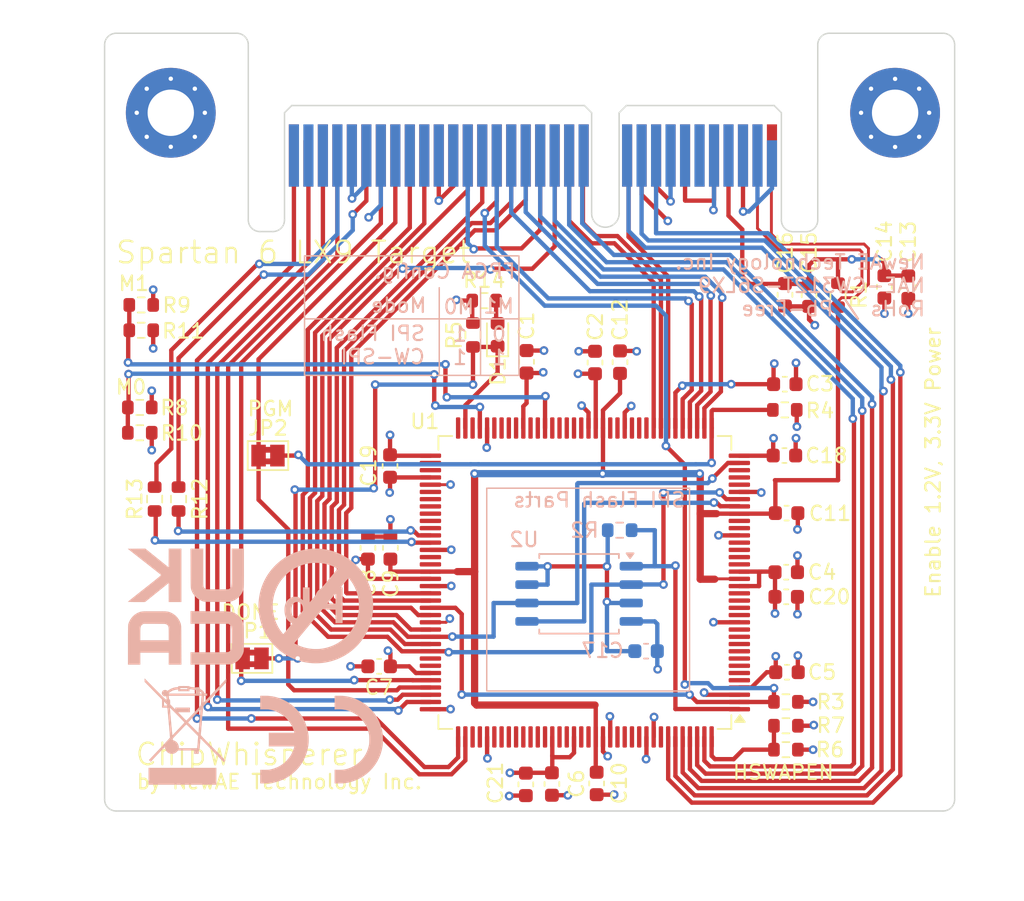
<source format=kicad_pcb>
(kicad_pcb (version 20240108) (generator "pcbnew") (generator_version "8.0")
  (layers (0 "F.Cu" signal) (1 "In1.Cu" signal) (2 "In2.Cu" signal) (31 "B.Cu" signal) (34 "B.Paste" user) (35 "F.Paste" user) (36 "B.SilkS" user "B.Silkscreen") (37 "F.SilkS" user "F.Silkscreen") (38 "B.Mask" user) (39 "F.Mask" user) (44 "Edge.Cuts" user))
  (net 0 "")
  (net 1 "VCC")
  (net 2 "GND")
  (net 3 "/CW312T-Connector/SHUNTL")
  (net 4 "VCCINT")
  (net 5 "Net-(D1-Pad2)")
  (net 6 "Net-(U1E-DONE_2)")
  (net 7 "Net-(P1-CLKOUT)")
  (net 8 "/CW312T-Connector/LED1")
  (net 13 "Net-(P1-FILTIN)")
  (net 15 "/CW312T-Connector/GPIO4")
  (net 16 "/CW312T-Connector/PROGRAM")
  (net 17 "/CW312T-Connector/LED2")
  (net 18 "/CW312T-Connector/TDO")
  (net 19 "/CW312T-Connector/HDR1")
  (net 22 "/CW312T-Connector/HDR6")
  (net 25 "/CW312T-Connector/HDR3")
  (net 26 "/CW312T-Connector/TMS")
  (net 28 "/CW312T-Connector/nRST")
  (net 30 "/CW312T-Connector/GPIO3")
  (net 32 "/CW312T-Connector/HDR5")
  (net 33 "/CW312T-Connector/GPIO1")
  (net 34 "/CW312T-Connector/HDR10")
  (net 35 "/CW312T-Connector/DONE")
  (net 36 "/CW312T-Connector/HDR9")
  (net 37 "/CW312T-Connector/HDR4")
  (net 39 "/CW312T-Connector/HDR7")
  (net 40 "/CW312T-Connector/TDI")
  (net 41 "/CW312T-Connector/TCK")
  (net 42 "/CW312T-Connector/GPIO2")
  (net 43 "/CW312T-Connector/LED3")
  (net 44 "SCK")
  (net 45 "/CW312T-Connector/HDR2")
  (net 48 "/CW312T-Connector/MISO")
  (net 50 "/CW312T-Connector/HDR8")
  (net 51 "Net-(P1-CLKIN)")
  (net 52 "Net-(U1D-IO_L83N_VREF_3)")
  (net 53 "Net-(U1E-PROGRAM_B_2)")
  (net 54 "Net-(U1A-IO_L1P_HSWAPEN_0)")
  (net 55 "/XC6SLX9-3TQG144_1/M0")
  (net 56 "/XC6SLX9-3TQG144_1/M1")
  (net 57 "/CW312T-Connector/CLKI_TO_FPGA")
  (net 58 "/CW312T-Connector/CLKO_FROM_FPGA")
  (net 118 "Net-(U1D-IO_L36N_3)")
  (net 130 "MOSI")
  (footprint "Capacitor_SMD:C_0603_1608Metric" (layer "F.Cu") (at 115.85 74.375 90)
    (property "Reference" "C1")
    (property "Value" "CAP_100n_6.3V_0603")
  )
  (footprint "tutorial_2_library:CW312_Template" (layer "F.Cu") (at 91.29 57.185)
    (property "Reference" "P1" (hide yes))
    (property "Value" "PCIEx4 EDGE CONNECTOR")
    (fp_line (start -4.57 -4.69) (end -4.57 47.4) (stroke (width 0.1)) (layer "Edge.Cuts"))
    (fp_line (start 4.55 -5.49) (end -3.77 -5.49) (stroke (width 0.1)) (layer "Edge.Cuts"))
    (fp_line (start 5.35 7.4) (end 5.35 -4.69) (stroke (width 0.1)) (layer "Edge.Cuts"))
    (fp_line (start 7.05 8.2) (end 6.15 8.2) (stroke (width 0.1)) (layer "Edge.Cuts"))
    (fp_line (start 7.85 0) (end 8.35 -0.5) (stroke (width 0.1)) (layer "Edge.Cuts"))
    (fp_line (start 7.85 7.4) (end 7.85 0) (stroke (width 0.1)) (layer "Edge.Cuts"))
    (fp_line (start 28.55 -0.5) (end 8.35 -0.5) (stroke (width 0.1)) (layer "Edge.Cuts"))
    (fp_line (start 29.05 0) (end 28.55 -0.5) (stroke (width 0.1)) (layer "Edge.Cuts"))
    (fp_line (start 29.05 6.95) (end 29.05 0) (stroke (width 0.1)) (layer "Edge.Cuts"))
    (fp_line (start 30.95 0) (end 31.45 -0.5) (stroke (width 0.1)) (layer "Edge.Cuts"))
    (fp_line (start 30.95 6.95) (end 30.95 0) (stroke (width 0.1)) (layer "Edge.Cuts"))
    (fp_line (start 41.65 -0.5) (end 31.45 -0.5) (stroke (width 0.1)) (layer "Edge.Cuts"))
    (fp_line (start 42.15 0) (end 41.65 -0.5) (stroke (width 0.1)) (layer "Edge.Cuts"))
    (fp_line (start 42.15 7.41) (end 42.15 0) (stroke (width 0.1)) (layer "Edge.Cuts"))
    (fp_line (start 42.95 8.21) (end 43.86 8.21) (stroke (width 0.1)) (layer "Edge.Cuts"))
    (fp_line (start 44.66 7.41) (end 44.66 -4.69) (stroke (width 0.1)) (layer "Edge.Cuts"))
    (fp_line (start 45.46 -5.49) (end 53.31 -5.49) (stroke (width 0.1)) (layer "Edge.Cuts"))
    (fp_line (start 53.31 48.2) (end -3.77 48.2) (stroke (width 0.1)) (layer "Edge.Cuts"))
    (fp_line (start 54.11 -4.69) (end 54.11 47.4) (stroke (width 0.1)) (layer "Edge.Cuts"))
    (fp_arc (start -4.57 -4.69) (mid -4.335685 -5.255685) (end -3.77 -5.49) (stroke (width 0.1)) (layer "Edge.Cuts"))
    (fp_arc (start -3.77 48.2) (mid -4.335685 47.965685) (end -4.57 47.4) (stroke (width 0.1)) (layer "Edge.Cuts"))
    (fp_arc (start 4.55 -5.49) (mid 5.115685 -5.255685) (end 5.35 -4.69) (stroke (width 0.1)) (layer "Edge.Cuts"))
    (fp_arc (start 6.15 8.2) (mid 5.584315 7.965685) (end 5.35 7.4) (stroke (width 0.1)) (layer "Edge.Cuts"))
    (fp_arc (start 7.85 7.4) (mid 7.615685 7.965685) (end 7.05 8.2) (stroke (width 0.1)) (layer "Edge.Cuts"))
    (fp_arc (start 30.95 6.95) (mid 30 7.9) (end 29.05 6.95) (stroke (width 0.1)) (layer "Edge.Cuts"))
    (fp_arc (start 42.95 8.21) (mid 42.384315 7.975685) (end 42.15 7.41) (stroke (width 0.1)) (layer "Edge.Cuts"))
    (fp_arc (start 44.66 -4.69) (mid 44.894315 -5.255685) (end 45.46 -5.49) (stroke (width 0.1)) (layer "Edge.Cuts"))
    (fp_arc (start 44.66 7.41) (mid 44.425685 7.975685) (end 43.86 8.21) (stroke (width 0.1)) (layer "Edge.Cuts"))
    (fp_arc (start 53.31 -5.49) (mid 53.875685 -5.255685) (end 54.11 -4.69) (stroke (width 0.1)) (layer "Edge.Cuts"))
    (fp_arc (start 54.11 47.4) (mid 53.875685 47.965685) (end 53.31 48.2) (stroke (width 0.1)) (layer "Edge.Cuts"))
  )
  (footprint "Capacitor_SMD:C_0603_1608Metric" (layer "F.Cu") (at 117.600001 103.521318 -90)
    (property "Reference" "C6")
    (property "Value" "CAP_100n_6.3V_0603")
  )
  (footprint "Jumper:SolderJumper-2_P1.3mm_Bridged2Bar_Pad1.0x1.5mm" (layer "F.Cu") (at 98 80.85)
    (property "Reference" "JP2")
    (property "Value" "~")
  )
  (footprint "Capacitor_SMD:C_0603_1608Metric" (layer "F.Cu") (at 105.675 95.4 180)
    (property "Reference" "C7")
    (property "Value" "CAP_100n_6.3V_0603")
  )
  (footprint "Capacitor_SMD:C_0603_1608Metric" (layer "F.Cu") (at 106.45 87.221318 -90)
    (property "Reference" "C9")
    (property "Value" "DNM_CAP_0603")
  )
  (footprint "Silkscrren_Symbols:Pb_Free_8.0x8.0mm_SilkScreen" (layer "F.Cu") (at 100.570079 91.228914)
    (property "Reference" "PCB2" (hide yes))
    (property "Value" "Pb_Free Symbol" (hide yes))
  )
  (footprint "Resistor_SMD:R_0603_1608Metric" (layer "F.Cu") (at 90.175 83.85 90)
    (property "Reference" "R13")
    (property "Value" "RES_51R_0603")
  )
  (footprint "Capacitor_SMD:C_0603_1608Metric" (layer "F.Cu") (at 133.8 84.821318 180)
    (property "Reference" "C11")
    (property "Value" "DNM_CAP_0603")
  )
  (footprint "Silkscrren_Symbols:CE-Logo_8.5x6mm_SilkScreen" (layer "F.Cu") (at 101.7 100.45)
    (property "Reference" "PCB1" (hide yes))
    (property "Value" "CE Symbol" (hide yes))
  )
  (footprint "Capacitor_SMD:C_0603_1608Metric" (layer "F.Cu") (at 140.550003 69.200001 -90)
    (property "Reference" "C14")
    (property "Value" "CAP_100n_6.3V_0603")
  )
  (footprint "Resistor_SMD:R_0603_1608Metric" (layer "F.Cu") (at 112.15 72.524997 90)
    (property "Reference" "R5")
    (property "Value" "RES_2k2_0603")
  )
  (footprint "Resistor_SMD:R_0603_1608Metric" (layer "F.Cu") (at 112.925 70.149997 180)
    (property "Reference" "R14")
    (property "Value" "RES_330R_0603")
  )
  (footprint "Package_QFP:TQFP-144_20x20mm_P0.5mm" (layer "F.Cu") (at 119.875001 89.608818 180)
    (property "Reference" "U1")
    (property "Value" "XC6SLX9-3TQG144")
  )
  (footprint "Resistor_SMD:R_0603_1608Metric" (layer "F.Cu") (at 89.25 72.2 180)
    (property "Reference" "R11")
    (property "Value" "RES_1k_0603")
  )
  (footprint "Resistor_SMD:R_0603_1608Metric" (layer "F.Cu") (at 89.15 77.525)
    (property "Reference" "R8")
    (property "Value" "RES_2k2_0603")
  )
  (footprint "Resistor_SMD:R_0603_1608Metric" (layer "F.Cu") (at 133.751841 97.85)
    (property "Reference" "R3")
    (property "Value" "RES_2k2_0603")
  )
  (footprint "Resistor_SMD:R_0603_1608Metric" (layer "F.Cu") (at 89.15 79.275 180)
    (property "Reference" "R10")
    (property "Value" "RES_1k_0603")
  )
  (footprint "Capacitor_SMD:C_0603_1608Metric" (layer "F.Cu") (at 104.900001 87.221317 90)
    (property "Reference" "C8")
    (property "Value" "CAP_100n_6.3V_0603")
  )
  (footprint "Resistor_SMD:R_0603_1608Metric" (layer "F.Cu") (at 137.35 69.775 90)
    (property "Reference" "R1")
    (property "Value" "RES_1R1_0603")
  )
  (footprint "Resistor_SMD:R_0603_1608Metric" (layer "F.Cu") (at 89.25 70.45)
    (property "Reference" "R9")
    (property "Value" "RES_2k2_0603")
  )
  (footprint "Silkscrren_Symbols:UKCA-Logo_8x8mm_SilkScreen" (layer "F.Cu") (at 91.701963 91.274918)
    (property "Reference" "PCB3" (hide yes))
    (property "Value" "UKCA symbol" (hide yes))
  )
  (footprint "Capacitor_SMD:C_0603_1608Metric" (layer "F.Cu") (at 106.425 81.571318 90)
    (property "Reference" "C19")
    (property "Value" "CAP_100n_6.3V_0603")
  )
  (footprint "Capacitor_SMD:C_0603_1608Metric" (layer "F.Cu") (at 120.575 74.425 90)
    (property "Reference" "C2")
    (property "Value" "CAP_100n_6.3V_0603")
  )
  (footprint "Capacitor_SMD:C_0603_1608Metric" (layer "F.Cu") (at 133.775 88.9)
    (property "Reference" "C4")
    (property "Value" "CAP_100n_6.3V_0603")
  )
  (footprint "Capacitor_SMD:C_0603_1608Metric" (layer "F.Cu") (at 122.3 74.4 -90)
    (property "Reference" "C12")
    (property "Value" "DNM_CAP_0603")
  )
  (footprint "Capacitor_SMD:C_0603_1608Metric" (layer "F.Cu") (at 133.826841 95.803682)
    (property "Reference" "C5")
    (property "Value" "CAP_100n_6.3V_0603")
  )
  (footprint "Capacitor_SMD:C_0603_1608Metric" (layer "F.Cu") (at 133.675 75.921318)
    (property "Reference" "C3")
    (property "Value" "CAP_100n_6.3V_0603")
  )
  (footprint "Resistor_SMD:R_0603_1608Metric" (layer "F.Cu") (at 133.751841 101.15 180)
    (property "Reference" "R6")
    (property "Value" "RES_2k2_0603")
  )
  (footprint "Resistor_SMD:R_0603_1608Metric" (layer "F.Cu") (at 91.825 83.85 -90)
    (property "Reference" "R12")
    (property "Value" "RES_51R_0603")
  )
  (footprint "LED_SMD:LED_0603_1608Metric" (layer "F.Cu") (at 113.85 72.512499 90)
    (property "Reference" "D1")
    (property "Value" "APT1608SRCPRV")
  )
  (footprint "Capacitor_SMD:C_0603_1608Metric" (layer "F.Cu") (at 120.687501 103.483818 90)
    (property "Reference" "C10")
    (property "Value" "DNM_CAP_0603")
  )
  (footprint "Jumper:SolderJumper-2_P1.3mm_Bridged2Bar_Pad1.0x1.5mm" (layer "F.Cu") (at 96.9 94.85)
    (property "Reference" "JP1")
    (property "Value" "~")
  )
  (footprint "Resistor_SMD:R_0603_1608Metric" (layer "F.Cu") (at 133.751841 99.5 180)
    (property "Reference" "R7")
    (property "Value" "RES_1k_0603")
  )
  (footprint "Capacitor_SMD:C_0603_1608Metric" (layer "F.Cu") (at 133.690004 69.749999 -90)
    (property "Reference" "C16")
    (property "Value" "CAP_2u2_6.3V_0603")
  )
  (footprint "Capacitor_SMD:C_0603_1608Metric" (layer "F.Cu") (at 133.775 90.6)
    (property "Reference" "C20")
    (property "Value" "CAP_2u2_6.3V_0603")
  )
  (footprint "Capacitor_SMD:C_0603_1608Metric" (layer "F.Cu") (at 142.2 69.225 -90)
    (property "Reference" "C13")
    (property "Value" "CAP_100n_6.3V_0603")
  )
  (footprint "Resistor_SMD:R_0603_1608Metric" (layer "F.Cu") (at 133.675 77.696318)
    (property "Reference" "R4")
    (property "Value" "RES_2k2_0603")
  )
  (footprint "Capacitor_SMD:C_0603_1608Metric" (layer "F.Cu") (at 133.65 80.846318)
    (property "Reference" "C18")
    (property "Value" "CAP_100n_6.3V_0603")
  )
  (footprint "Capacitor_SMD:C_0603_1608Metric" (layer "F.Cu") (at 135.35 69.775 -90)
    (property "Reference" "C15")
    (property "Value" "CAP_2u2_6.3V_0603")
  )
  (footprint "Capacitor_SMD:C_0603_1608Metric" (layer "F.Cu") (at 115.8 103.546318 -90)
    (property "Reference" "C21")
    (property "Value" "CAP_2u2_6.3V_0603")
  )
  (footprint "Silkscrren_Symbols:WEEE-Logo_5.6x8mm_SilkScreen" (layer "F.Cu") (at 91.216666 99.553985)
    (property "Reference" "PCB4" (hide yes))
    (property "Value" "WEEE SYMBOL" (hide yes))
  )
  (footprint "Resistor_SMD:R_0603_1608Metric" (layer "B.Cu") (at 122.275 86 180)
    (property "Reference" "R2")
    (property "Value" "RES_2k2_0603")
  )
  (footprint "Capacitor_SMD:C_0603_1608Metric" (layer "B.Cu") (at 124.1 94.35)
    (property "Reference" "C17")
    (property "Value" "CAP_100n_6.3V_0603")
  )
  (footprint "Package_SO:SOIC-8_5.275x5.275mm_P1.27mm" (layer "B.Cu") (at 119.475 90.391318 180)
    (property "Reference" "U2")
    (property "Value" "SST25VF040B-50-4C-SAF-T")
  )
  (gr_rect (start 113.1 83.1) (end 127.1 97.1) (stroke (width 0.1)) (fill none) (layer "B.SilkS"))
  (gr_line (start 112.6725 69.262739) (end 112.6725 75.312739) (stroke (width 0.1)) (layer "B.SilkS"))
  (gr_line (start 109.8225 69.262739) (end 109.8225 75.312739) (stroke (width 0.1)) (layer "B.SilkS"))
  (gr_line (start 115.3225 71.412739) (end 100.5225 71.412739) (stroke (width 0.1)) (layer "B.SilkS"))
  (gr_rect (start 100.5225 67.062739) (end 115.3225 75.312739) (stroke (width 0.1)) (fill none) (layer "B.SilkS"))
  (gr_text "SPI Flash\nCW-SPI" (at 108.9225 74.612739 0) (layer "B.SilkS") (effects (font (size 1 1)) (justify left bottom mirror)))
  (gr_text "SPI Flash Parts" (at 126.9 84.5 0) (layer "B.SilkS") (effects (font (size 1 1)) (justify left bottom mirror)))
  (gr_text "M0" (at 112.3225 71.162739 0) (layer "B.SilkS") (effects (font (size 1 1)) (justify left bottom mirror)))
  (gr_text "0\n1" (at 114.5225 74.662739 0) (layer "B.SilkS") (effects (font (size 1 1)) (justify left bottom mirror)))
  (gr_text "FPGA Config." (at 115.1725 68.712739 0) (layer "B.SilkS") (effects (font (size 1 1)) (justify left bottom mirror)))
  (gr_text "Mode" (at 109.0225 71.062739 0) (layer "B.SilkS") (effects (font (size 1 1)) (justify left bottom mirror)))
  (gr_text "NewAE Technology Inc.\nNAE-CW312T-S6LX9\nRoHs / Pb-Free" (at 143.45 71.3 0) (layer "B.SilkS") (effects (font (size 1 1)) (justify left bottom mirror)))
  (gr_text "M1" (at 115.0725 71.112739 0) (layer "B.SilkS") (effects (font (size 1 1)) (justify left bottom mirror)))
  (gr_text "1\n1" (at 111.8225 74.662739 0) (layer "B.SilkS") (effects (font (size 1 1)) (justify left bottom mirror)))
  (gr_text "HSWAPEN" (at 130 103.3 0) (layer "F.SilkS") (effects (font (size 1 1)) (justify left bottom)))
  (gr_text "Spartan 6 LX9 Target" (at 87.4 67.7 0) (layer "F.SilkS") (effects (font (size 1.5 1.5)) (justify left bottom)))
  (gr_text "Enable 1.2V, 3.3V Power" (at 144.5 90.75 90) (layer "F.SilkS") (effects (font (size 1 1)) (justify left bottom)))
  (gr_text "M1" (at 87.6 69.55 0) (layer "F.SilkS") (effects (font (size 1 1)) (justify left bottom)))
  (gr_text "PGM" (at 96.5 78.2 0) (layer "F.SilkS") (effects (font (size 1 1)) (justify left bottom)))
  (gr_text "DONE" (at 94.7 92.25 0) (layer "F.SilkS") (effects (font (size 1 1)) (justify left bottom)))
  (gr_text "ChipWhisperer" (at 88.75 102.35 0) (layer "F.SilkS") (effects (font (size 1.5 1.5)) (justify left bottom)))
  (gr_text "by NewAE Technology Inc." (at 88.85 103.95 0) (layer "F.SilkS") (effects (font (size 1 1)) (justify left bottom)))
  (gr_text "M0" (at 87.4 76.7 0) (layer "F.SilkS") (effects (font (size 1 1)) (justify left bottom)))
  (segment (start 116.95 75.15) (end 117 75.1) (width 0.3) (layer "F.Cu") (net 1))
  (segment (start 132.9 79.65) (end 132.875 79.625) (width 0.2) (layer "F.Cu") (net 1))
  (segment (start 114.703682 102.746318) (end 114.7 102.75) (width 0.2) (layer "F.Cu") (net 1))
  (segment (start 132.9 75.921318) (end 132.9 74.55) (width 0.3) (layer "F.Cu") (net 1))
  (segment (start 109.212501 82.358818) (end 106.537501 82.358818) (width 0.3) (layer "F.Cu") (net 1))
  (segment (start 112.1 70.149997) (end 112.1 71.649997) (width 0.3) (layer "F.Cu") (net 1))
  (segment (start 123.79 62.84) (end 125.6 64.65) (width 0.3) (layer "F.Cu") (net 1))
  (segment (start 132.8625 80.858818) (end 132.875 80.846318) (width 0.2) (layer "F.Cu") (net 1))
  (segment (start 130.537501 83.358818) (end 132.008818 83.358818) (width 0.3) (layer "F.Cu") (net 1))
  (segment (start 117.725001 101.671318) (end 117.625001 101.571318) (width 0.3) (layer "F.Cu") (net 1))
  (segment (start 112.200001 71.649999) (end 112.15 71.699997) (width 0.2) (layer "F.Cu") (net 1))
  (segment (start 121.125001 101.275001) (end 121.125001 100.271318) (width 0.3) (layer "F.Cu") (net 1))
  (segment (start 106.45 95.4) (end 106.45 94.484026) (width 0.3) (layer "F.Cu") (net 1))
  (segment (start 121.4 88.5) (end 121.4 90.95) (width 0.3) (layer "F.Cu") (net 1))
  (segment (start 107.75 95.4) (end 106.45 95.4) (width 0.3) (layer "F.Cu") (net 1))
  (segment (start 117.600001 102.746318) (end 115.825 102.746318) (width 0.3) (layer "F.Cu") (net 1))
  (segment (start 112.1 70.149997) (end 111.049997 70.149997) (width 0.3) (layer "F.Cu") (net 1))
  (segment (start 126.6 76.026038) (end 126.125 76.501038) (width 0.3) (layer "F.Cu") (net 1))
  (segment (start 132.075 88.858818) (end 132.958818 88.858818) (width 0.3) (layer "F.Cu") (net 1))
  (segment (start 120.625001 75.250001) (end 120.625001 78.946318) (width 0.3) (layer "F.Cu") (net 1))
  (segment (start 109.212501 89.358818) (end 104.900001 89.358818) (width 0.3) (layer "F.Cu") (net 1))
  (segment (start 106.425 83.375) (end 106.4 83.4) (width 0.2) (layer "F.Cu") (net 1))
  (segment (start 131.9 89.858818) (end 131.9 88.858818) (width 0.3) (layer "F.Cu") (net 1))
  (segment (start 112.1 71.649997) (end 112.15 71.699997) (width 0.2) (layer "F.Cu") (net 1))
  (segment (start 109.212501 87.358818) (end 110.641182 87.358818) (width 0.3) (layer "F.Cu") (net 1))
  (segment (start 119.125001 100.271318) (end 119.125001 101.371317) (width 0.3) (layer "F.Cu") (net 1))
  (segment (start 104.900001 89.358818) (end 104.900001 87.996317) (width 0.3) (layer "F.Cu") (net 1))
  (segment (start 89.975 77.525) (end 89.975 76.375) (width 0.3) (layer "F.Cu") (net 1))
  (segment (start 119.125001 101.371317) (end 118.825 101.671318) (width 0.3) (layer "F.Cu") (net 1))
  (segment (start 117.600001 102.746318) (end 117.575001 102.746318) (width 0.2) (layer "F.Cu") (net 1))
  (segment (start 115.825 102.746318) (end 114.703682 102.746318) (width 0.3) (layer "F.Cu") (net 1))
  (segment (start 133.051841 94.703682) (end 133.051841 95.803682) (width 0.3) (layer "F.Cu") (net 1))
  (segment (start 130.537501 88.858818) (end 132.075 88.858818) (width 0.3) (layer "F.Cu") (net 1))
  (segment (start 115.825 102.746318) (end 115.8 102.771318) (width 0.2) (layer "F.Cu") (net 1))
  (segment (start 135.623159 101.15) (end 135.626841 101.153682) (width 0.2) (layer "F.Cu") (net 1))
  (segment (start 134.5 77.696318) (end 134.5 78.840997) (width 0.3) (layer "F.Cu") (net 1))
  (segment (start 133.051841 95.803682) (end 132.433257 95.803682) (width 0.3) (layer "F.Cu") (net 1))
  (segment (start 130.537501 89.858818) (end 131.9 89.858818) (width 0.3) (layer "F.Cu") (net 1))
  (segment (start 134.5 78.840997) (end 134.511357 78.852354) (width 0.2) (layer "F.Cu") (net 1))
  (segment (start 115.85 75.15) (end 116.95 75.15) (width 0.3) (layer "F.Cu") (net 1))
  (segment (start 120.575 75.2) (end 119.4 75.2) (width 0.3) (layer "F.Cu") (net 1))
  (segment (start 120.575 75.2) (end 120.600001 75.225001) (width 0.3) (layer "F.Cu") (net 1))
  (segment (start 132.958818 88.858818) (end 133 88.9) (width 0.3) (layer "F.Cu") (net 1))
  (segment (start 133 90.6) (end 133 91.75) (width 0.3) (layer "F.Cu") (net 1))
  (segment (start 131.378121 96.858818) (end 130.537501 96.858818) (width 0.3) (layer "F.Cu") (net 1))
  (segment (start 110.641182 87.358818) (end 110.65 87.35) (width 0.2) (layer "F.Cu") (net 1))
  (segment (start 104.103683 87.996317) (end 104.05 88.05) (width 0.3) (layer "F.Cu") (net 1))
  (segment (start 133 88.9) (end 133 90.6) (width 0.3) (layer "F.Cu") (net 1))
  (segment (start 135.623159 97.85) (end 135.626841 97.853682) (width 0.2) (layer "F.Cu") (net 1))
  (segment (start 115.625001 78.946318) (end 115.625001 77.45) (width 0.3) (layer "F.Cu") (net 1))
  (segment (start 90.075 70.45) (end 90.075 69.4) (width 0.3) (layer "F.Cu") (net 1))
  (segment (start 118.825 101.671318) (end 117.725001 101.671318) (width 0.3) (layer "F.Cu") (net 1))
  (segment (start 124.125001 101.774999) (end 124.1 101.8) (width 0.2) (layer "F.Cu") (net 1))
  (segment (start 111.049997 70.149997) (end 111 70.1) (width 0.3) (layer "F.Cu") (net 1))
  (segment (start 120.575 75.2) (end 120.625001 75.250001) (width 0.3) (layer "F.Cu") (net 1))
  (segment (start 117.625001 100.271318) (end 117.625001 101.571318) (width 0.3) (layer "F.Cu") (net 1))
  (segment (start 115.85 77.225001) (end 115.85 75.15) (width 0.3) (layer "F.Cu") (net 1))
  (segment (start 132.433257 95.803682) (end 131.378121 96.858818) (width 0.3) (layer "F.Cu") (net 1))
  (segment (start 126.137501 78.933817) (end 126.125 78.946318) (width 0.2) (layer "F.Cu") (net 1))
  (segment (start 117.625001 102.721318) (end 117.600001 102.746318) (width 0.2) (layer "F.Cu") (net 1))
  (segment (start 106.45 94.484026) (end 106.282987 94.317013) (width 0.3) (layer "F.Cu") (net 1))
  (segment (start 106.6 82.346318) (end 106.5875 82.358818) (width 0.2) (layer "F.Cu") (net 1))
  (segment (start 108.208817 95.858817) (end 107.75 95.4) (width 0.3) (layer "F.Cu") (net 1))
  (segment (start 121.45 101.6) (end 121.125001 101.275001) (width 0.3) (layer "F.Cu") (net 1))
  (segment (start 106.425 82.346318) (end 106.425 83.375) (width 0.3) (layer "F.Cu") (net 1))
  (segment (start 132.008818 83.358818) (end 132.05 83.4) (width 0.2) (layer "F.Cu") (net 1))
  (segment (start 126.125 76.501038) (end 126.125 78.946318) (width 0.3) (layer "F.Cu") (net 1))
  (segment (start 104.900001 87.996317) (end 104.103683 87.996317) (width 0.3) (layer "F.Cu") (net 1))
  (segment (start 132.991182 88.908818) (end 133 88.9) (width 0.3) (layer "F.Cu") (net 1))
  (segment (start 115.625001 77.45) (end 115.85 77.225001) (width 0.3) (layer "F.Cu") (net 1))
  (segment (start 130.537501 80.858818) (end 132.8625 80.858818) (width 0.3) (layer "F.Cu") (net 1))
  (segment (start 117.625001 101.571318) (end 117.625001 102.721318) (width 0.3) (layer "F.Cu") (net 1))
  (segment (start 132.9625 88.9375) (end 133 88.9) (width 0.3) (layer "F.Cu") (net 1))
  (segment (start 109.212501 95.858817) (end 108.208817 95.858817) (width 0.3) (layer "F.Cu") (net 1))
  (segment (start 129.975 75.921318) (end 132.9 75.921318) (width 0.3) (layer "F.Cu") (net 1))
  (segment (start 134.576841 97.85) (end 135.623159 97.85) (width 0.3) (layer "F.Cu") (net 1))
  (segment (start 121.4 88.5) (end 117.3 88.5) (width 0.3) (layer "F.Cu") (net 1))
  (segment (start 117.575001 102.746318) (end 117.537501 102.783818) (width 0.2) (layer "F.Cu") (net 1))
  (segment (start 123.79 60.135) (end 123.79 62.84) (width 0.3) (layer "F.Cu") (net 1))
  (segment (start 132.9 74.55) (end 132.95 74.5) (width 0.3) (layer "F.Cu") (net 1))
  (segment (start 124.125001 100.271318) (end 124.125001 101.774999) (width 0.3) (layer "F.Cu") (net 1))
  (segment (start 132.875 80.846318) (end 132.875 79.625) (width 0.3) (layer "F.Cu") (net 1))
  (segment (start 134.576841 101.15) (end 135.623159 101.15) (width 0.3) (layer "F.Cu") (net 1))
  (segment (start 132.925 90.525) (end 133 90.6) (width 0.2) (layer "F.Cu") (net 1))
  (via (at 117.3 88.5) (size 0.6) (drill 0.3) (layers "F.Cu" "B.Cu") (net 1))
  (via (at 132.9 79.65) (size 0.6) (drill 0.3) (layers "F.Cu" "B.Cu") (net 1))
  (via (at 129.975 75.921318) (size 0.6) (drill 0.3) (layers "F.Cu" "B.Cu") (net 1))
  (via (at 121.4 88.5) (size 0.6) (drill 0.3) (layers "F.Cu" "B.Cu") (net 1))
  (via (at 132.95 74.5) (size 0.6) (drill 0.3) (layers "F.Cu" "B.Cu") (net 1))
  (via (at 124.1 101.8) (size 0.6) (drill 0.3) (layers "F.Cu" "B.Cu") (net 1))
  (via (at 133.051841 94.703682) (size 0.6) (drill 0.3) (layers "F.Cu" "B.Cu") (net 1))
  (via (at 114.7 102.75) (size 0.6) (drill 0.3) (layers "F.Cu" "B.Cu") (net 1))
  (via (at 132.05 83.4) (size 0.6) (drill 0.3) (layers "F.Cu" "B.Cu") (net 1))
  (via (at 110.65 87.35) (size 0.6) (drill 0.3) (layers "F.Cu" "B.Cu") (net 1))
  (via (at 104.05 88.05) (size 0.6) (drill 0.3) (layers "F.Cu" "B.Cu") (net 1))
  (via (at 128.75 63.9) (size 0.6) (drill 0.3) (layers "F.Cu" "B.Cu") (net 1))
  (via (at 111 70.1) (size 0.6) (drill 0.3) (layers "F.Cu" "B.Cu") (net 1))
  (via (at 106.4 83.4) (size 0.6) (drill 0.3) (layers "F.Cu" "B.Cu") (net 1))
  (via (at 90.075 69.4) (size 0.6) (drill 0.3) (layers "F.Cu" "B.Cu") (net 1))
  (via (at 133 91.75) (size 0.6) (drill 0.3) (layers "F.Cu" "B.Cu") (net 1))
  (via (at 125.6 64.65) (size 0.6) (drill 0.3) (layers "F.Cu" "B.Cu") (net 1))
  (via (at 121.4 90.95) (size 0.6) (drill 0.3) (layers "F.Cu" "B.Cu") (net 1))
  (via (at 104.95 64.4) (size 0.6) (drill 0.3) (layers "F.Cu" "B.Cu") (net 1))
  (via (at 119.4 75.2) (size 0.6) (drill 0.3) (layers "F.Cu" "B.Cu") (net 1))
  (via (at 117 75.1) (size 0.6) (drill 0.3) (layers "F.Cu" "B.Cu") (net 1))
  (via (at 106.282987 94.317013) (size 0.6) (drill 0.3) (layers "F.Cu" "B.Cu") (net 1))
  (via (at 89.975 76.375) (size 0.6) (drill 0.3) (layers "F.Cu" "B.Cu") (net 1))
  (via (at 134.511357 78.852354) (size 0.6) (drill 0.3) (layers "F.Cu" "B.Cu") (net 1))
  (via (at 126.6 76.026038) (size 0.6) (drill 0.3) (layers "F.Cu" "B.Cu") (net 1))
  (via (at 135.626841 101.153682) (size 0.6) (drill 0.3) (layers "F.Cu" "B.Cu") (net 1))
  (via (at 121.45 101.6) (size 0.6) (drill 0.3) (layers "F.Cu" "B.Cu") (net 1))
  (via (at 135.626841 97.853682) (size 0.6) (drill 0.3) (layers "F.Cu" "B.Cu") (net 1))
  (segment (start 121.4 90.95) (end 121.4 94.35) (width 0.3) (layer "B.Cu") (net 1))
  (segment (start 105.79 63.56) (end 104.95 64.4) (width 0.3) (layer "B.Cu") (net 1))
  (segment (start 117.3 89.756318) (end 117.3 88.5) (width 0.3) (layer "B.Cu") (net 1))
  (segment (start 121.476318 91.026318) (end 123.075 91.026318) (width 0.3) (layer "B.Cu") (net 1))
  (segment (start 126.70472 75.921318) (end 129.975 75.921318) (width 0.3) (layer "B.Cu") (net 1))
  (segment (start 105.79 60.135) (end 105.79 63.56) (width 0.3) (layer "B.Cu") (net 1))
  (segment (start 128.79 60.135) (end 128.79 63.86) (width 0.3) (layer "B.Cu") (net 1))
  (segment (start 126.6 76.026038) (end 126.70472 75.921318) (width 0.3) (layer "B.Cu") (net 1))
  (segment (start 128.79 63.86) (end 128.75 63.9) (width 0.2) (layer "B.Cu") (net 1))
  (segment (start 117.3 88.5) (end 115.888682 88.5) (width 0.3) (layer "B.Cu") (net 1))
  (segment (start 121.45 86) (end 121.45 88.45) (width 0.3) (layer "B.Cu") (net 1))
  (segment (start 115.888682 88.5) (end 115.875 88.486318) (width 0.2) (layer "B.Cu") (net 1))
  (segment (start 121.4 94.35) (end 123.325 94.35) (width 0.3) (layer "B.Cu") (net 1))
  (segment (start 121.4 90.95) (end 121.476318 91.026318) (width 0.2) (layer "B.Cu") (net 1))
  (segment (start 121.45 88.45) (end 121.4 88.5) (width 0.2) (layer "B.Cu") (net 1))
  (segment (start 115.875 89.756318) (end 117.3 89.756318) (width 0.3) (layer "B.Cu") (net 1))
  (segment (start 110.641182 89.858818) (end 110.65 89.85) (width 0.2) (layer "F.Cu") (net 2))
  (segment (start 134.55 90.6) (end 134.55 91.8) (width 0.3) (layer "F.Cu") (net 2))
  (segment (start 134.576841 95.778682) (end 134.601841 95.803682) (width 0.3) (layer "F.Cu") (net 2))
  (segment (start 140.550003 71.049997) (end 140.55 71.05) (width 0.2) (layer "F.Cu") (net 2))
  (segment (start 128.758818 92.358818) (end 128.75 92.35) (width 0.2) (layer "F.Cu") (net 2))
  (segment (start 135.75 71.85) (end 135.35 71.45) (width 0.3) (layer "F.Cu") (net 2))
  (segment (start 124.625001 98.924999) (end 124.65 98.9) (width 0.2) (layer "F.Cu") (net 2))
  (segment (start 121.625001 98.875001) (end 121.6 98.85) (width 0.2) (layer "F.Cu") (net 2))
  (segment (start 124.79 62.3) (end 124.79 60.135) (width 0.3) (layer "F.Cu") (net 2))
  (segment (start 110.291182 92.358818) (end 110.55 92.1) (width 0.2) (layer "F.Cu") (net 2))
  (segment (start 130.537501 86.358818) (end 129.108818 86.358818) (width 0.3) (layer "F.Cu") (net 2))
  (segment (start 134.45 79.65) (end 134.45 79.7) (width 0.2) (layer "F.Cu") (net 2))
  (segment (start 109.212501 89.858818) (end 110.641182 89.858818) (width 0.3) (layer "F.Cu") (net 2))
  (segment (start 142.2 70) (end 142.2 71.05) (width 0.3) (layer "F.Cu") (net 2))
  (segment (start 106.449999 86.446317) (end 106.45 86.446318) (width 0.2) (layer "F.Cu") (net 2))
  (segment (start 120.687501 104.258818) (end 121.891182 104.258818) (width 0.3) (layer "F.Cu") (net 2))
  (segment (start 113.125001 78.946318) (end 113.125001 80.274999) (width 0.3) (layer "F.Cu") (net 2))
  (segment (start 117.600001 104.296318) (end 118.696318 104.296318) (width 0.3) (layer "F.Cu") (net 2))
  (segment (start 134.45 79.7) (end 134.425 79.725) (width 0.2) (layer "F.Cu") (net 2))
  (segment (start 130.8 64) (end 130.79 63.99) (width 0.3) (layer "F.Cu") (net 2))
  (segment (start 104.9 95.4) (end 103.7 95.4) (width 0.3) (layer "F.Cu") (net 2))
  (segment (start 90.075 72.2) (end 90.075 73.45) (width 0.3) (layer "F.Cu") (net 2))
  (segment (start 128.255202 97.358818) (end 130.537502 97.358818) (width 0.3) (layer "F.Cu") (net 2))
  (segment (start 135.35 70.55) (end 133.715005 70.55) (width 0.3) (layer "F.Cu") (net 2))
  (segment (start 89.975 80.475) (end 89.975 79.275) (width 0.3) (layer "F.Cu") (net 2))
  (segment (start 122.625001 77.874999) (end 122.625001 78.946318) (width 0.3) (layer "F.Cu") (net 2))
  (segment (start 110.591182 98.358818) (end 110.6 98.35) (width 0.2) (layer "F.Cu") (net 2))
  (segment (start 115.5 66.55) (end 112.25 66.55) (width 0.3) (layer "F.Cu") (net 2))
  (segment (start 109.212501 80.858818) (end 106.4875 80.858818) (width 0.3) (layer "F.Cu") (net 2))
  (segment (start 106.45 86.446318) (end 106.45 85.25) (width 0.3) (layer "F.Cu") (net 2))
  (segment (start 122.3 73.625) (end 123.425 73.625) (width 0.3) (layer "F.Cu") (net 2))
  (segment (start 104.900001 86.446317) (end 106.449999 86.446317) (width 0.3) (layer "F.Cu") (net 2))
  (segment (start 115.8 104.321318) (end 114.678682 104.321318) (width 0.3) (layer "F.Cu") (net 2))
  (segment (start 106.425 80.796318) (end 106.425 79.425) (width 0.3) (layer "F.Cu") (net 2))
  (segment (start 129.108818 86.358818) (end 129.1 86.35) (width 0.2) (layer "F.Cu") (net 2))
  (segment (start 130.537501 92.358818) (end 128.758818 92.358818) (width 0.3) (layer "F.Cu") (net 2))
  (segment (start 116.79 65.26) (end 116.79 60.135) (width 0.3) (layer "F.Cu") (net 2))
  (segment (start 109.212501 82.858818) (end 110.591182 82.858818) (width 0.2) (layer "F.Cu") (net 2))
  (segment (start 134.55 88.9) (end 134.55 87.75) (width 0.3) (layer "F.Cu") (net 2))
  (segment (start 112.25 66.55) (end 112.2 66.6) (width 0.3) (layer "F.Cu") (net 2))
  (segment (start 118.696318 104.296318) (end 118.7 104.3) (width 0.2) (layer "F.Cu") (net 2))
  (segment (start 113.125001 100.271318) (end 113.125001 101.725001) (width 0.3) (layer "F.Cu") (net 2))
  (segment (start 115.5 66.55) (end 116.79 65.26) (width 0.3) (layer "F.Cu") (net 2))
  (segment (start 133.715005 70.55) (end 133.690004 70.524999) (width 0.3) (layer "F.Cu") (net 2))
  (segment (start 109.212501 98.358818) (end 110.591182 98.358818) (width 0.3) (layer "F.Cu") (net 2))
  (segment (start 120.575 73.65) (end 119.45 73.65) (width 0.3) (layer "F.Cu") (net 2))
  (segment (start 134.575 85.925) (end 134.55 85.95) (width 0.2) (layer "F.Cu") (net 2))
  (segment (start 113.125001 80.274999) (end 113.1 80.3) (width 0.2) (layer "F.Cu") (net 2))
  (segment (start 109.212501 92.358818) (end 110.291182 92.358818) (width 0.2) (layer "F.Cu") (net 2))
  (segment (start 128.105202 97.208818) (end 128.255202 97.358818) (width 0.3) (layer "F.Cu") (net 2))
  (segment (start 120.125001 78.946318) (end 120.125001 77.875001) (width 0.3) (layer "F.Cu") (net 2))
  (segment (start 134.576841 94.653682) (end 134.576841 95.778682) (width 0.3) (layer "F.Cu") (net 2))
  (segment (start 140.550003 69.975001) (end 140.550003 71.049997) (width 0.3) (layer "F.Cu") (net 2))
  (segment (start 130.79 63.99) (end 130.79 60.135) (width 0.3) (layer "F.Cu") (net 2))
  (segment (start 115.85 73.6) (end 117.05 73.6) (width 0.3) (layer "F.Cu") (net 2))
  (segment (start 134.575 84.821318) (end 134.575 85.925) (width 0.3) (layer "F.Cu") (net 2))
  (segment (start 134.45 74.45) (end 134.45 75.921318) (width 0.3) (layer "F.Cu") (net 2))
  (segment (start 135.35 71.45) (end 135.35 70.55) (width 0.3) (layer "F.Cu") (net 2))
  (segment (start 110.591182 82.858818) (end 110.6 82.85) (width 0.2) (layer "F.Cu") (net 2))
  (segment (start 134.576841 99.5) (end 135.630523 99.5) (width 0.3) (layer "F.Cu") (net 2))
  (segment (start 134.425 80.846318) (end 134.425 79.725) (width 0.3) (layer "F.Cu") (net 2))
  (segment (start 121.625001 100.271318) (end 121.625001 98.875001) (width 0.3) (layer "F.Cu") (net 2))
  (segment (start 114.678682 104.321318) (end 114.65 104.35) (width 0.2) (layer "F.Cu") (net 2))
  (segment (start 109.79 63.25) (end 110.79 62.25) (width 0.3) (layer "F.Cu") (net 2))
  (segment (start 120.125001 77.875001) (end 119.65 77.4) (width 0.3) (layer "F.Cu") (net 2))
  (segment (start 109.79 63.25) (end 109.79 60.135) (width 0.3) (layer "F.Cu") (net 2))
  (segment (start 125.79 63.3) (end 124.79 62.3) (width 0.3) (layer "F.Cu") (net 2))
  (segment (start 106.4875 80.858818) (end 106.425 80.796318) (width 0.2) (layer "F.Cu") (net 2))
  (segment (start 123.425 73.625) (end 123.45 73.65) (width 0.2) (layer "F.Cu") (net 2))
  (segment (start 123.075 77.425) (end 122.625001 77.874999) (width 0.3) (layer "F.Cu") (net 2))
  (segment (start 135.630523 99.5) (end 135.676841 99.453682) (width 0.2) (layer "F.Cu") (net 2))
  (segment (start 124.625001 100.271318) (end 124.625001 98.924999) (width 0.3) (layer "F.Cu") (net 2))
  (segment (start 110.79 62.25) (end 110.79 60.135) (width 0.3) (layer "F.Cu") (net 2))
  (segment (start 121.891182 104.258818) (end 121.9 104.25) (width 0.2) (layer "F.Cu") (net 2))
  (segment (start 113.125001 101.725001) (end 113.15 101.75) (width 0.2) (layer "F.Cu") (net 2))
  (via (at 114.65 104.35) (size 0.6) (drill 0.3) (layers "F.Cu" "B.Cu") (net 2))
  (via (at 142.2 71.05) (size 0.6) (drill 0.3) (layers "F.Cu" "B.Cu") (net 2))
  (via (at 124.65 98.9) (size 0.6) (drill 0.3) (layers "F.Cu" "B.Cu") (net 2))
  (via (at 125.79 63.3) (size 0.6) (drill 0.3) (layers "F.Cu" "B.Cu") (net 2))
  (via (at 121.6 98.85) (size 0.6) (drill 0.3) (layers "F.Cu" "B.Cu") (net 2))
  (via (at 121.9 104.25) (size 0.6) (drill 0.3) (layers "F.Cu" "B.Cu") (net 2))
  (via (at 134.55 91.8) (size 0.6) (drill 0.3) (layers "F.Cu" "B.Cu") (net 2))
  (via (at 109.79 63.25) (size 0.6) (drill 0.3) (layers "F.Cu" "B.Cu") (net 2))
  (via (at 123.45 73.65) (size 0.6) (drill 0.3) (layers "F.Cu" "B.Cu") (net 2))
  (via (at 117.05 73.6) (size 0.6) (drill 0.3) (layers "F.Cu" "B.Cu") (net 2))
  (via (at 110.6 82.85) (size 0.6) (drill 0.3) (layers "F.Cu" "B.Cu") (net 2))
  (via (at 90.075 73.45) (size 0.6) (drill 0.3) (layers "F.Cu" "B.Cu") (net 2))
  (via (at 135.676841 99.453682) (size 0.6) (drill 0.3) (layers "F.Cu" "B.Cu") (net 2))
  (via (at 129.1 86.35) (size 0.6) (drill 0.3) (layers "F.Cu" "B.Cu") (net 2))
  (via (at 113.15 101.75) (size 0.6) (drill 0.3) (layers "F.Cu" "B.Cu") (net 2))
  (via (at 130.8 64) (size 0.6) (drill 0.3) (layers "F.Cu" "B.Cu") (net 2))
  (via (at 128.75 92.35) (size 0.6) (drill 0.3) (layers "F.Cu" "B.Cu") (net 2))
  (via (at 119.45 73.65) (size 0.6) (drill 0.3) (layers "F.Cu" "B.Cu") (net 2))
  (via (at 110.55 92.1) (size 0.6) (drill 0.3) (layers "F.Cu" "B.Cu") (net 2))
  (via (at 89.975 80.475) (size 0.6) (drill 0.3) (layers "F.Cu" "B.Cu") (net 2))
  (via (at 123.075 77.425) (size 0.6) (drill 0.3) (layers "F.Cu" "B.Cu") (net 2))
  (via (at 128.105202 97.208818) (size 0.6) (drill 0.3) (layers "F.Cu" "B.Cu") (net 2))
  (via (at 134.55 85.95) (size 0.6) (drill 0.3) (layers "F.Cu" "B.Cu") (net 2))
  (via (at 124.9 95.6) (size 0.6) (drill 0.3) (layers "F.Cu" "B.Cu") (net 2))
  (via (at 106.425 79.425) (size 0.6) (drill 0.3) (layers "F.Cu" "B.Cu") (net 2))
  (via (at 118.7 104.3) (size 0.6) (drill 0.3) (layers "F.Cu" "B.Cu") (net 2))
  (via (at 103.8 63.1) (size 0.6) (drill 0.3) (layers "F.Cu" "B.Cu") (net 2))
  (via (at 134.55 87.75) (size 0.6) (drill 0.3) (layers "F.Cu" "B.Cu") (net 2))
  (via (at 113.1 80.3) (size 0.6) (drill 0.3) (layers "F.Cu" "B.Cu") (net 2))
  (via (at 103.7 95.4) (size 0.6) (drill 0.3) (layers "F.Cu" "B.Cu") (net 2))
  (via (at 134.45 74.45) (size 0.6) (drill 0.3) (layers "F.Cu" "B.Cu") (net 2))
  (via (at 106.45 85.25) (size 0.6) (drill 0.3) (layers "F.Cu" "B.Cu") (net 2))
  (via (at 134.576841 94.653682) (size 0.6) (drill 0.3) (layers "F.Cu" "B.Cu") (net 2))
  (via (at 134.45 79.65) (size 0.6) (drill 0.3) (layers "F.Cu" "B.Cu") (net 2))
  (via (at 119.65 77.4) (size 0.6) (drill 0.3) (layers "F.Cu" "B.Cu") (net 2))
  (via (at 135.75 71.85) (size 0.6) (drill 0.3) (layers "F.Cu" "B.Cu") (net 2))
  (via (at 110.6 98.35) (size 0.6) (drill 0.3) (layers "F.Cu" "B.Cu") (net 2))
  (via (at 112.2 66.6) (size 0.6) (drill 0.3) (layers "F.Cu" "B.Cu") (net 2))
  (via (at 110.65 89.85) (size 0.6) (drill 0.3) (layers "F.Cu" "B.Cu") (net 2))
  (via (at 140.55 71.05) (size 0.6) (drill 0.3) (layers "F.Cu" "B.Cu") (net 2))
  (segment (start 124.875 95.575) (end 124.9 95.6) (width 0.3) (layer "B.Cu") (net 2))
  (segment (start 131.2 64) (end 130.8 64) (width 0.3) (layer "B.Cu") (net 2))
  (segment (start 104.79 60.135) (end 104.79 62.11) (width 0.3) (layer "B.Cu") (net 2))
  (segment (start 131.79 60.135) (end 131.79 62.36) (width 0.2) (layer "B.Cu") (net 2))
  (segment (start 123.075 92.296318) (end 124.696318 92.296318) (width 0.3) (layer "B.Cu") (net 2))
  (segment (start 111.79 60.135) (end 111.79 66.19) (width 0.3) (layer "B.Cu") (net 2))
  (segment (start 131.79 63.41) (end 131.79 62.36) (width 0.3) (layer "B.Cu") (net 2))
  (segment (start 124.875 94.35) (end 124.875 95.575) (width 0.3) (layer "B.Cu") (net 2))
  (segment (start 103.79 60.135) (end 103.79 63.09) (width 0.3) (layer "B.Cu") (net 2))
  (segment (start 124.696318 92.296318) (end 124.875 92.475) (width 0.3) (layer "B.Cu") (net 2))
  (segment (start 131.79 63.41) (end 131.2 64) (width 0.3) (layer "B.Cu") (net 2))
  (segment (start 124.875 92.475) (end 124.875 94.35) (width 0.3) (layer "B.Cu") (net 2))
  (segment (start 104.79 62.11) (end 103.8 63.1) (width 0.3) (layer "B.Cu") (net 2))
  (segment (start 131.79 63.41) (end 132.79 62.41) (width 0.3) (layer "B.Cu") (net 2))
  (segment (start 125.79 63.3) (end 125.79 60.135) (width 0.3) (layer "B.Cu") (net 2))
  (segment (start 132.79 62.41) (end 132.79 60.685) (width 0.3) (layer "B.Cu") (net 2))
  (segment (start 111.79 66.19) (end 112.2 66.6) (width 0.3) (layer "B.Cu") (net 2))
  (segment (start 103.79 63.09) (end 103.8 63.1) (width 0.2) (layer "B.Cu") (net 2))
  (segment (start 109.212501 88.858818) (end 106.4875 88.858818) (width 0.3) (layer "F.Cu") (net 3))
  (segment (start 139.15 66.25) (end 133.446472 66.25) (width 0.2) (layer "F.Cu") (net 3))
  (segment (start 132.9875 84.858818) (end 133.025 84.821318) (width 0.3) (layer "F.Cu") (net 3))
  (segment (start 127.837501 84.858818) (end 127.837501 82.133819) (width 0.5) (layer "F.Cu") (net 3))
  (segment (start 112.2625 97.933818) (end 112.4 98.071318) (width 0.5) (layer "F.Cu") (net 3))
  (segment (start 133.025 82.575) (end 133 82.55) (width 0.3) (layer "F.Cu") (net 3))
  (segment (start 132.75 65.553528) (end 132.75 60.175) (width 0.2) (layer "F.Cu") (net 3))
  (segment (start 112.2625 88.858818) (end 111.062501 88.858818) (width 0.5) (layer "F.Cu") (net 3))
  (segment (start 137.6 69.95) (end 138.515686 69.95) (width 0.2) (layer "F.Cu") (net 3))
  (segment (start 133.025 84.821318) (end 133.025 82.575) (width 0.3) (layer "F.Cu") (net 3))
  (segment (start 109.212501 88.858818) (end 111.062501 88.858818) (width 0.3) (layer "F.Cu") (net 3))
  (segment (start 112.2625 88.858818) (end 112.2625 97.933818) (width 0.5) (layer "F.Cu") (net 3))
  (segment (start 130.537501 84.858818) (end 128.962501 84.858818) (width 0.3) (layer "F.Cu") (net 3))
  (segment (start 120.625001 102.646318) (end 120.687501 102.708818) (width 0.2) (layer "F.Cu") (net 3))
  (segment (start 106.4875 88.858818) (end 106.45 88.821318) (width 0.3) (layer "F.Cu") (net 3))
  (segment (start 122.3 75.175) (end 122.3 75.25) (width 0.3) (layer "F.Cu") (net 3))
  (segment (start 128.912501 89.308818) (end 128.962501 89.358818) (width 0.2) (layer "F.Cu") (net 3))
  (segment (start 139.45 66.55) (end 139.15 66.25) (width 0.2) (layer "F.Cu") (net 3))
  (segment (start 112.2625 82.096318) (end 112.2625 88.858818) (width 0.5) (layer "F.Cu") (net 3))
  (segment (start 132.75 60.175) (end 132.79 60.135) (width 0.2) (layer "F.Cu") (net 3))
  (segment (start 127.837501 89.383818) (end 127.837501 84.858818) (width 0.5) (layer "F.Cu") (net 3))
  (segment (start 128.962501 89.358818) (end 130.537501 89.358818) (width 0.2) (layer "F.Cu") (net 3))
  (segment (start 127.837501 82.133819) (end 127.8 82.096318) (width 0.5) (layer "F.Cu") (net 3))
  (segment (start 137.35 70.6) (end 137.35 70.2) (width 0.2) (layer "F.Cu") (net 3))
  (segment (start 122.3 76.55) (end 122.3 75.175) (width 0.3) (layer "F.Cu") (net 3))
  (segment (start 138.515686 69.95) (end 139.45 69.015686) (width 0.2) (layer "F.Cu") (net 3))
  (segment (start 121.125001 77.724999) (end 122.3 76.55) (width 0.3) (layer "F.Cu") (net 3))
  (segment (start 121.125001 78.946317) (end 121.125001 77.724999) (width 0.3) (layer "F.Cu") (net 3))
  (segment (start 133 82.55) (end 137.35 82.55) (width 0.3) (layer "F.Cu") (net 3))
  (segment (start 121.1 82.096318) (end 121.125001 82.071317) (width 0.5) (layer "F.Cu") (net 3))
  (segment (start 112.4 98.071318) (end 120.575001 98.071318) (width 0.5) (layer "F.Cu") (net 3))
  (segment (start 133.446472 66.25) (end 132.75 65.553528) (width 0.2) (layer "F.Cu") (net 3))
  (segment (start 128.962501 84.858818) (end 127.837501 84.858818) (width 0.5) (layer "F.Cu") (net 3))
  (segment (start 121.125001 78.946317) (end 121.125001 82.071317) (width 0.3) (layer "F.Cu") (net 3))
  (segment (start 106.45 88.821318) (end 106.45 87.996318) (width 0.3) (layer "F.Cu") (net 3))
  (segment (start 137.35 70.2) (end 137.6 69.95) (width 0.2) (layer "F.Cu") (net 3))
  (segment (start 137.35 82.55) (end 137.35 70.6) (width 0.3) (layer "F.Cu") (net 3))
  (segment (start 133.05 84.846318) (end 133.025 84.821318) (width 0.3) (layer "F.Cu") (net 3))
  (segment (start 139.45 69.015686) (end 139.45 66.55) (width 0.2) (layer "F.Cu") (net 3))
  (segment (start 120.625001 100.271318) (end 120.625001 102.646318) (width 0.3) (layer "F.Cu") (net 3))
  (segment (start 130.537501 84.858818) (end 132.9875 84.858818) (width 0.3) (layer "F.Cu") (net 3))
  (segment (start 128.837501 89.383818) (end 127.837501 89.383818) (width 0.5) (layer "F.Cu") (net 3))
  (segment (start 120.625001 98.121318) (end 120.625001 100.271318) (width 0.3) (layer "F.Cu") (net 3))
  (via (at 121.1 82.096318) (size 0.6) (drill 0.3) (layers "F.Cu" "B.Cu") (net 3))
  (via (at 127.8 82.096318) (size 0.6) (drill 0.3) (layers "F.Cu" "B.Cu") (net 3))
  (via (at 112.2625 82.096318) (size 0.6) (drill 0.3) (layers "F.Cu" "B.Cu") (net 3))
  (segment (start 112.2625 82.096318) (end 127.8 82.096318) (width 0.5) (layer "B.Cu") (net 3))
  (segment (start 140.550003 67.550003) (end 140.550003 68.425001) (width 0.3) (layer "F.Cu") (net 4))
  (segment (start 137.35 67.3) (end 137.35 68.5) (width 0.3) (layer "F.Cu") (net 4))
  (segment (start 130.740004 68.474999) (end 131.265005 69) (width 0.3) (layer "F.Cu") (net 4))
  (segment (start 135.75 67.3) (end 137.35 67.3) (width 0.3) (layer "F.Cu") (net 4))
  (segment (start 129.79 64.29) (end 130.740004 65.240004) (width 0.3) (layer "F.Cu") (net 4))
  (segment (start 142.300003 68.349997) (end 142.200001 68.45) (width 0.2) (layer "F.Cu") (net 4))
  (segment (start 137.35 67.3) (end 138.3 67.3) (width 0.3) (layer "F.Cu") (net 4))
  (segment (start 140.550002 68.425001) (end 142.175 68.425001) (width 0.3) (layer "F.Cu") (net 4))
  (segment (start 130.740004 65.240004) (end 130.740004 68.474999) (width 0.3) (layer "F.Cu") (net 4))
  (segment (start 140.05 67.3) (end 140.3 67.3) (width 0.3) (layer "F.Cu") (net 4))
  (segment (start 137.400002 68.9) (end 137.35 68.95) (width 0.3) (layer "F.Cu") (net 4))
  (segment (start 140.3 67.3) (end 140.550003 67.550003) (width 0.3) (layer "F.Cu") (net 4))
  (segment (start 137.35 69.25) (end 137.35 68.95) (width 0.2) (layer "F.Cu") (net 4))
  (segment (start 138.35 69.55) (end 137.65 69.55) (width 0.2) (layer "F.Cu") (net 4))
  (segment (start 131.265005 69) (end 133.665003 69) (width 0.3) (layer "F.Cu") (net 4))
  (segment (start 139 68.9) (end 138.35 69.55) (width 0.2) (layer "F.Cu") (net 4))
  (segment (start 135.35 69) (end 135.375001 68.974999) (width 0.3) (layer "F.Cu") (net 4))
  (segment (start 135.35 67.7) (end 135.75 67.3) (width 0.3) (layer "F.Cu") (net 4))
  (segment (start 135.35 69) (end 133.715005 69) (width 0.3) (layer "F.Cu") (net 4))
  (segment (start 133.665003 69) (end 133.690004 68.974999) (width 0.3) (layer "F.Cu") (net 4))
  (segment (start 138.85 66.65) (end 139 66.8) (width 0.2) (layer "F.Cu") (net 4))
  (segment (start 133.280786 66.65) (end 138.85 66.65) (width 0.2) (layer "F.Cu") (net 4))
  (segment (start 142.150003 68.299997) (end 142.200003 68.349997) (width 0.3) (layer "F.Cu") (net 4))
  (segment (start 142.175 68.425001) (end 142.199999 68.45) (width 0.2) (layer "F.Cu") (net 4))
  (segment (start 137.65 69.55) (end 137.35 69.25) (width 0.2) (layer "F.Cu") (net 4))
  (segment (start 135.35 69) (end 135.35 67.7) (width 0.3) (layer "F.Cu") (net 4))
  (segment (start 131.79 65.159214) (end 133.280786 66.65) (width 0.2) (layer "F.Cu") (net 4))
  (segment (start 131.79 60.135) (end 131.79 65.159214) (width 0.2) (layer "F.Cu") (net 4))
  (segment (start 140.500002 68.375001) (end 140.550002 68.425001) (width 0.2) (layer "F.Cu") (net 4))
  (segment (start 139 66.8) (end 139 68.9) (width 0.2) (layer "F.Cu") (net 4))
  (segment (start 133.715005 69) (end 133.690004 68.974999) (width 0.2) (layer "F.Cu") (net 4))
  (segment (start 129.79 60.135) (end 129.79 64.29) (width 0.3) (layer "F.Cu") (net 4))
  (via (at 140.05 67.3) (size 0.6) (drill 0.3) (layers "F.Cu" "B.Cu") (net 4))
  (via (at 138.3 67.3) (size 0.6) (drill 0.3) (layers "F.Cu" "B.Cu") (net 4))
  (segment (start 138.3 67.3) (end 140.05 67.3) (width 0.3) (layer "B.Cu") (net 4))
  (segment (start 113.75 71.624998) (end 113.85 71.724998) (width 0.2) (layer "F.Cu") (net 5))
  (segment (start 113.75 70.149997) (end 113.75 71.624998) (width 0.3) (layer "F.Cu") (net 5))
  (segment (start 99.85 83.2) (end 99.9 83.25) (width 0.3) (layer "F.Cu") (net 6))
  (segment (start 99.9 83.25) (end 99.9 94.7) (width 0.3) (layer "F.Cu") (net 6))
  (segment (start 112.15 75.95) (end 112.15 73.349997) (width 0.3) (layer "F.Cu") (net 6))
  (segment (start 113.85 75.15) (end 113.85 73.3) (width 0.3) (layer "F.Cu") (net 6))
  (segment (start 113.800003 73.349997) (end 113.85 73.3) (width 0.2) (layer "F.Cu") (net 6))
  (segment (start 105.4 75.95) (end 105.4 83) (width 0.3) (layer "F.Cu") (net 6))
  (segment (start 99.9 94.7) (end 100.05 94.85) (width 0.3) (layer "F.Cu") (net 6))
  (segment (start 113.85 75.15) (end 111.625001 77.374999) (width 0.3) (layer "F.Cu") (net 6))
  (segment (start 112.15 73.349997) (end 113.800003 73.349997) (width 0.3) (layer "F.Cu") (net 6))
  (segment (start 97.55 94.85) (end 98.75 94.85) (width 0.3) (layer "F.Cu") (net 6))
  (segment (start 105.4 83) (end 105.3 83.1) (width 0.3) (layer "F.Cu") (net 6))
  (segment (start 112.100001 73.3) (end 112.15 73.349997) (width 0.2) (layer "F.Cu") (net 6))
  (segment (start 111.625001 77.374999) (end 111.625001 78.946318) (width 0.3) (layer "F.Cu") (net 6))
  (via (at 105.3 83.1) (size 0.6) (drill 0.3) (layers "F.Cu" "B.Cu") (net 6))
  (via (at 98.75 94.85) (size 0.6) (drill 0.3) (layers "F.Cu" "B.Cu") (net 6))
  (via (at 105.4 75.95) (size 0.6) (drill 0.3) (layers "F.Cu" "B.Cu") (net 6))
  (via (at 100.05 94.85) (size 0.6) (drill 0.3) (layers "F.Cu" "B.Cu") (net 6))
  (via (at 112.15 75.95) (size 0.6) (drill 0.3) (layers "F.Cu" "B.Cu") (net 6))
  (via (at 99.85 83.2) (size 0.6) (drill 0.3) (layers "F.Cu" "B.Cu") (net 6))
  (segment (start 112.15 75.95) (end 105.4 75.95) (width 0.3) (layer "B.Cu") (net 6))
  (segment (start 100.2 94.85) (end 100.05 94.85) (width 0.2) (layer "B.Cu") (net 6))
  (segment (start 99.85 83.2) (end 105.2 83.2) (width 0.3) (layer "B.Cu") (net 6))
  (segment (start 105.2 83.2) (end 105.3 83.1) (width 0.3) (layer "B.Cu") (net 6))
  (segment (start 98.75 94.85) (end 100.2 94.85) (width 0.3) (layer "B.Cu") (net 6))
  (segment (start 97.715242 68.356591) (end 97.593409 68.356591) (width 0.3) (layer "F.Cu") (net 7))
  (segment (start 103.85 64.2) (end 104.79 63.26) (width 0.3) (layer "F.Cu") (net 7))
  (segment (start 104.79 63.26) (end 104.79 60.135) (width 0.3) (layer "F.Cu") (net 7))
  (segment (start 91.825 74.125) (end 91.825 83.025) (width 0.3) (layer "F.Cu") (net 7))
  (segment (start 97.593409 68.356591) (end 91.825 74.125) (width 0.3) (layer "F.Cu") (net 7))
  (via (at 103.85 64.2) (size 0.6) (drill 0.3) (layers "F.Cu" "B.Cu") (net 7))
  (via (at 97.715242 68.356591) (size 0.6) (drill 0.3) (layers "F.Cu" "B.Cu") (net 7))
  (segment (start 100.789727 68.356591) (end 97.715242 68.356591) (width 0.3) (layer "B.Cu") (net 7))
  (segment (start 103.85 65.296318) (end 100.789727 68.356591) (width 0.3) (layer "B.Cu") (net 7))
  (segment (start 103.85 64.2) (end 103.85 65.296318) (width 0.3) (layer "B.Cu") (net 7))
  (segment (start 122.89 65.754212) (end 122.89 60.135) (width 0.3) (layer "F.Cu") (net 8))
  (segment (start 125.625001 78.946318) (end 125.625001 68.489213) (width 0.3) (layer "F.Cu") (net 8))
  (segment (start 125.625001 68.489213) (end 122.89 65.754212) (width 0.3) (layer "F.Cu") (net 8))
  (segment (start 126.8 63.25) (end 128.75 63.25) (width 0.3) (layer "F.Cu") (net 13))
  (segment (start 128.79 63.21) (end 128.79 60.135) (width 0.3) (layer "F.Cu") (net 13))
  (segment (start 128.75 63.25) (end 128.79 63.21) (width 0.2) (layer "F.Cu") (net 13))
  (segment (start 126.79 60.135) (end 126.79 63.24) (width 0.3) (layer "F.Cu") (net 13))
  (segment (start 126.79 63.24) (end 126.8 63.25) (width 0.2) (layer "F.Cu") (net 13))
  (segment (start 109.212501 91.858818) (end 108.371881 91.858818) (width 0.3) (layer "F.Cu") (net 15))
  (segment (start 107.871881 91.358818) (end 103.042893 91.358818) (width 0.3) (layer "F.Cu") (net 15))
  (segment (start 102.4 90.715925) (end 102.4 84.397663) (width 0.3) (layer "F.Cu") (net 15))
  (segment (start 108.371881 91.858818) (end 107.871881 91.358818) (width 0.3) (layer "F.Cu") (net 15))
  (segment (start 102.4 84.397663) (end 102.75 84.047663) (width 0.3) (layer "F.Cu") (net 15))
  (segment (start 103.042893 91.358818) (end 102.4 90.715925) (width 0.3) (layer "F.Cu") (net 15))
  (segment (start 102.75 73.409719) (end 112.79 63.369719) (width 0.3) (layer "F.Cu") (net 15))
  (segment (start 112.79 63.369719) (end 112.79 60.135) (width 0.3) (layer "F.Cu") (net 15))
  (segment (start 102.75 84.047663) (end 102.75 73.409719) (width 0.3) (layer "F.Cu") (net 15))
  (segment (start 97.350002 74.199998) (end 97.350002 83.900002) (width 0.3) (layer "F.Cu") (net 16))
  (segment (start 99.4 96.65) (end 99.8 97.05) (width 0.3) (layer "F.Cu") (net 16))
  (segment (start 107.091182 96.858818) (end 109.212501 96.858818) (width 0.3) (layer "F.Cu") (net 16))
  (segment (start 99.8 97.05) (end 106.9 97.05) (width 0.3) (layer "F.Cu") (net 16))
  (segment (start 97.350002 83.900002) (end 99.4 85.95) (width 0.3) (layer "F.Cu") (net 16))
  (segment (start 99.4 85.95) (end 99.4 96.65) (width 0.3) (layer "F.Cu") (net 16))
  (segment (start 106.79 64.76) (end 97.350002 74.199998) (width 0.3) (layer "F.Cu") (net 16))
  (segment (start 106.79 60.135) (end 106.79 64.76) (width 0.3) (layer "F.Cu") (net 16))
  (segment (start 106.9 97.05) (end 107.091182 96.858818) (width 0.3) (layer "F.Cu") (net 16))
  (segment (start 125.125002 68.69632) (end 122.124632 65.69595) (width 0.3) (layer "F.Cu") (net 17))
  (segment (start 122.124632 65.69595) (end 120.63595 65.69595) (width 0.3) (layer "F.Cu") (net 17))
  (segment (start 120.63595 65.69595) (end 119.74 64.8) (width 0.3) (layer "F.Cu") (net 17))
  (segment (start 119.74 64.8) (end 119.74 60.135) (width 0.3) (layer "F.Cu") (net 17))
  (segment (start 125.125002 78.946318) (end 125.125002 68.69632) (width 0.3) (layer "F.Cu") (net 17))
  (segment (start 94.5 97.7) (end 94.5 74.685786) (width 0.3) (layer "F.Cu") (net 18))
  (segment (start 107.298288 97.358818) (end 109.2125 97.358818) (width 0.3) (layer "F.Cu") (net 18))
  (segment (start 101.79 67.395786) (end 101.79 60.135) (width 0.3) (layer "F.Cu") (net 18))
  (segment (start 106.95 97.7) (end 107.1 97.55) (width 0.3) (layer "F.Cu") (net 18))
  (segment (start 94.5 74.685786) (end 101.79 67.395786) (width 0.3) (layer "F.Cu") (net 18))
  (segment (start 107.107106 97.55) (end 107.298288 97.358818) (width 0.3) (layer "F.Cu") (net 18))
  (segment (start 107.1 97.55) (end 107.107106 97.55) (width 0.3) (layer "F.Cu") (net 18))
  (segment (start 106.4 97.7) (end 106.95 97.7) (width 0.3) (layer "F.Cu") (net 18))
  (via (at 94.5 97.7) (size 0.6) (drill 0.3) (layers "F.Cu" "B.Cu") (net 18))
  (via (at 106.4 97.7) (size 0.6) (drill 0.3) (layers "F.Cu" "B.Cu") (net 18))
  (segment (start 94.55 97.75) (end 106.35 97.75) (width 0.3) (layer "B.Cu") (net 18))
  (segment (start 94.5 97.7) (end 94.55 97.75) (width 0.3) (layer "B.Cu") (net 18))
  (segment (start 106.35 97.75) (end 106.4 97.7) (width 0.3) (layer "B.Cu") (net 18))
  (segment (start 125.625001 103.178426) (end 125.625001 100.271318) (width 0.3) (layer "F.Cu") (net 19))
  (segment (start 141.65 75.1) (end 141.65 102.921318) (width 0.3) (layer "F.Cu") (net 19))
  (segment (start 127.252893 104.806318) (end 125.625001 103.178426) (width 0.3) (layer "F.Cu") (net 19))
  (segment (start 141.65 102.921318) (end 139.765 104.806318) (width 0.3) (layer "F.Cu") (net 19))
  (segment (start 139.765 104.806318) (end 127.252893 104.806318) (width 0.3) (layer "F.Cu") (net 19))
  (via (at 141.65 75.1) (size 0.6) (drill 0.3) (layers "F.Cu" "B.Cu") (net 19))
  (segment (start 141.65 74.642894) (end 132.507106 65.5) (width 0.3) (layer "B.Cu") (net 19))
  (segment (start 124.79 65.5) (end 124.79 60.135) (width 0.3) (layer "B.Cu") (net 19))
  (segment (start 141.65 75.1) (end 141.65 74.642894) (width 0.3) (layer "B.Cu") (net 19))
  (segment (start 132.507106 65.5) (end 124.79 65.5) (width 0.3) (layer "B.Cu") (net 19))
  (segment (start 138.370633 78.3) (end 138.45 78.379367) (width 0.3) (layer "F.Cu") (net 22))
  (segment (start 138.45 78.379367) (end 138.45 102.098424) (width 0.3) (layer "F.Cu") (net 22))
  (segment (start 128.125001 101.914213) (end 128.125001 100.271318) (width 0.3) (layer "F.Cu") (net 22))
  (segment (start 138.45 102.098424) (end 138.242106 102.306318) (width 0.3) (layer "F.Cu") (net 22))
  (segment (start 128.517106 102.306318) (end 128.125001 101.914213) (width 0.3) (layer "F.Cu") (net 22))
  (segment (start 138.242106 102.306318) (end 128.517106 102.306318) (width 0.3) (layer "F.Cu") (net 22))
  (via (at 138.370633 78.3) (size 0.6) (drill 0.3) (layers "F.Cu" "B.Cu") (net 22))
  (segment (start 117.79 64.625788) (end 117.79 60.135) (width 0.3) (layer "B.Cu") (net 22))
  (segment (start 129.442894 68) (end 121.164212 68) (width 0.3) (layer "B.Cu") (net 22))
  (segment (start 138.370633 78.3) (end 138.370633 76.927739) (width 0.3) (layer "B.Cu") (net 22))
  (segment (start 121.164212 68) (end 117.79 64.625788) (width 0.3) (layer "B.Cu") (net 22))
  (segment (start 138.370633 76.927739) (end 129.442894 68) (width 0.3) (layer "B.Cu") (net 22))
  (segment (start 139.143682 103.806318) (end 127.71 103.806318) (width 0.3) (layer "F.Cu") (net 25))
  (segment (start 127.71 103.806318) (end 126.625001 102.721319) (width 0.3) (layer "F.Cu") (net 25))
  (segment (start 140.35 102.6) (end 139.143682 103.806318) (width 0.3) (layer "F.Cu") (net 25))
  (segment (start 126.625001 102.721319) (end 126.625001 100.271318) (width 0.3) (layer "F.Cu") (net 25))
  (segment (start 140.35 76.537084) (end 140.35 102.6) (width 0.3) (layer "F.Cu") (net 25))
  (segment (start 140.487584 76.3995) (end 140.35 76.537084) (width 0.3) (layer "F.Cu") (net 25))
  (via (at 140.487584 76.3995) (size 0.6) (drill 0.3) (layers "F.Cu" "B.Cu") (net 25))
  (segment (start 140.487584 76.3995) (end 140.35 76.261916) (width 0.3) (layer "B.Cu") (net 25))
  (segment (start 140.35 76.261916) (end 140.35 74.757106) (width 0.3) (layer "B.Cu") (net 25))
  (segment (start 122.89 65.34) (end 122.89 60.135) (width 0.3) (layer "B.Cu") (net 25))
  (segment (start 124.05 66.5) (end 122.89 65.34) (width 0.3) (layer "B.Cu") (net 25))
  (segment (start 140.35 74.757106) (end 132.092894 66.5) (width 0.3) (layer "B.Cu") (net 25))
  (segment (start 132.092894 66.5) (end 124.05 66.5) (width 0.3) (layer "B.Cu") (net 25))
  (segment (start 107 98.45) (end 107.591182 97.858818) (width 0.3) (layer "F.Cu") (net 26))
  (segment (start 93.85 74.471318) (end 100.79 67.531318) (width 0.3) (layer "F.Cu") (net 26))
  (segment (start 107.591182 97.858818) (end 109.212501 97.858818) (width 0.3) (layer "F.Cu") (net 26))
  (segment (start 93.85 98.2) (end 93.85 74.471318) (width 0.3) (layer "F.Cu") (net 26))
  (segment (start 100.79 67.531318) (end 100.79 60.685) (width 0.3) (layer "F.Cu") (net 26))
  (segment (start 100.79 60.685) (end 100.75 60.725) (width 0.3) (layer "F.Cu") (net 26))
  (via (at 107 98.45) (size 0.6) (drill 0.3) (layers "F.Cu" "B.Cu") (net 26))
  (via (at 93.85 98.2) (size 0.6) (drill 0.3) (layers "F.Cu" "B.Cu") (net 26))
  (segment (start 94 98.35) (end 106.9 98.35) (width 0.3) (layer "B.Cu") (net 26))
  (segment (start 106.9 98.35) (end 107 98.45) (width 0.3) (layer "B.Cu") (net 26))
  (segment (start 93.85 98.2) (end 94 98.35) (width 0.3) (layer "B.Cu") (net 26))
  (segment (start 102.25 83.840557) (end 101.9 84.190557) (width 0.3) (layer "F.Cu") (net 28))
  (segment (start 101.9 84.190557) (end 101.9 90.923032) (width 0.3) (layer "F.Cu") (net 28))
  (segment (start 107.86535 92.858818) (end 109.212501 92.858818) (width 0.3) (layer "F.Cu") (net 28))
  (segment (start 116.25 67.95) (end 117.79 66.41) (width 0.3) (layer "F.Cu") (net 28))
  (segment (start 101.9 90.923032) (end 102.835786 91.858818) (width 0.3) (layer "F.Cu") (net 28))
  (segment (start 107.083106 67.94524) (end 102.25 72.778346) (width 0.3) (layer "F.Cu") (net 28))
  (segment (start 106.86535 91.858818) (end 107.86535 92.858818) (width 0.3) (layer "F.Cu") (net 28))
  (segment (start 102.25 72.778346) (end 102.25 83.840557) (width 0.3) (layer "F.Cu") (net 28))
  (segment (start 113.35 68) (end 113.4 67.95) (width 0.3) (layer "F.Cu") (net 28))
  (segment (start 107.29524 67.94524) (end 107.083106 67.94524) (width 0.3) (layer "F.Cu") (net 28))
  (segment (start 113.4 67.95) (end 116.25 67.95) (width 0.3) (layer "F.Cu") (net 28))
  (segment (start 102.835786 91.858818) (end 106.86535 91.858818) (width 0.3) (layer "F.Cu") (net 28))
  (segment (start 117.79 66.41) (end 117.79 60.135) (width 0.3) (layer "F.Cu") (net 28))
  (via (at 113.35 68) (size 0.6) (drill 0.3) (layers "F.Cu" "B.Cu") (net 28))
  (via (at 107.29524 67.94524) (size 0.6) (drill 0.3) (layers "F.Cu" "B.Cu") (net 28))
  (segment (start 107.34048 67.9) (end 107.29524 67.94524) (width 0.3) (layer "B.Cu") (net 28))
  (segment (start 113.25 67.9) (end 107.34048 67.9) (width 0.3) (layer "B.Cu") (net 28))
  (segment (start 113.35 68) (end 113.25 67.9) (width 0.3) (layer "B.Cu") (net 28))
  (segment (start 110.9375 91.358818) (end 109.212501 91.358818) (width 0.3) (layer "F.Cu") (net 30))
  (segment (start 132.926841 97.85) (end 132.87684 97.9) (width 0.3) (layer "F.Cu") (net 30))
  (segment (start 112.964479 64.114479) (end 113.79 63.288958) (width 0.3) (layer "F.Cu") (net 30))
  (segment (start 126.775 81.482795) (end 125.470846 80.178641) (width 0.3) (layer "F.Cu") (net 30))
  (segment (start 126.775 96.65) (end 126.775 81.482795) (width 0.3) (layer "F.Cu") (net 30))
  (segment (start 127.1 97.35) (end 127.5 97.75) (width 0.3) (layer "F.Cu") (net 30))
  (segment (start 111.375 97.35) (end 111.375 91.796318) (width 0.3) (layer "F.Cu") (net 30))
  (segment (start 127.5 97.75) (end 127.608818 97.858818) (width 0.3) (layer "F.Cu") (net 30))
  (segment (start 127.608818 97.858818) (end 130.537501 97.858818) (width 0.3) (layer "F.Cu") (net 30))
  (segment (start 132.926841 97.85) (end 132.864341 97.9125) (width 0.3) (layer "F.Cu") (net 30))
  (segment (start 132.926841 96.903682) (end 132.926841 97.85) (width 0.3) (layer "F.Cu") (net 30))
  (segment (start 113.79 63.288958) (end 113.79 60.135) (width 0.3) (layer "F.Cu") (net 30))
  (segment (start 132.926841 97.85) (end 132.918023 97.858818) (width 0.2) (layer "F.Cu") (net 30))
  (segment (start 132.918023 97.858818) (end 130.537501 97.858818) (width 0.3) (layer "F.Cu") (net 30))
  (segment (start 111.375 91.796318) (end 110.9375 91.358818) (width 0.3) (layer "F.Cu") (net 30))
  (via (at 125.470846 80.178641) (size 0.6) (drill 0.3) (layers "F.Cu" "B.Cu") (net 30))
  (via (at 126.775 96.65) (size 0.6) (drill 0.3) (layers "F.Cu" "B.Cu") (net 30))
  (via (at 127.1 97.35) (size 0.6) (drill 0.3) (layers "F.Cu" "B.Cu") (net 30))
  (via (at 111.375 97.35) (size 0.6) (drill 0.3) (layers "F.Cu" "B.Cu") (net 30))
  (via (at 112.964479 64.114479) (size 0.6) (drill 0.3) (layers "F.Cu" "B.Cu") (net 30))
  (via (at 132.926841 96.903682) (size 0.6) (drill 0.3) (layers "F.Cu" "B.Cu") (net 30))
  (segment (start 125.475 71.196318) (end 125.475 80.174487) (width 0.3) (layer "B.Cu") (net 30))
  (segment (start 128.374441 96.558818) (end 128.715623 96.9) (width 0.3) (layer "B.Cu") (net 30))
  (segment (start 111.375 97.35) (end 127.1 97.35) (width 0.3) (layer "B.Cu") (net 30))
  (segment (start 126.866182 96.558818) (end 128.374441 96.558818) (width 0.3) (layer "B.Cu") (net 30))
  (segment (start 126.775 96.65) (end 126.866182 96.558818) (width 0.3) (layer "B.Cu") (net 30))
  (segment (start 128.715623 96.9) (end 132.923159 96.9) (width 0.3) (layer "B.Cu") (net 30))
  (segment (start 112.964479 64.114479) (end 112.964479 66.364479) (width 0.3) (layer "B.Cu") (net 30))
  (segment (start 124.778682 70.5) (end 125.475 71.196318) (width 0.3) (layer "B.Cu") (net 30))
  (segment (start 125.475 80.174487) (end 125.470846 80.178641) (width 0.3) (layer "B.Cu") (net 30))
  (segment (start 132.923159 96.9) (end 132.926841 96.903682) (width 0.3) (layer "B.Cu") (net 30))
  (segment (start 112.964479 66.364479) (end 117.1 70.5) (width 0.3) (layer "B.Cu") (net 30))
  (segment (start 117.1 70.5) (end 124.778682 70.5) (width 0.3) (layer "B.Cu") (net 30))
  (segment (start 127.625001 102.221319) (end 127.625001 100.271319) (width 0.3) (layer "F.Cu") (net 32))
  (segment (start 128.21 102.806318) (end 127.625001 102.221319) (width 0.3) (layer "F.Cu") (net 32))
  (segment (start 139.020633 77.75) (end 139.020633 102.279367) (width 0.3) (layer "F.Cu") (net 32))
  (segment (start 138.493682 102.806318) (end 128.21 102.806318) (width 0.3) (layer "F.Cu") (net 32))
  (segment (start 139.020633 102.279367) (end 138.493682 102.806318) (width 0.3) (layer "F.Cu") (net 32))
  (via (at 139.020633 77.75) (size 0.6) (drill 0.3) (layers "F.Cu" "B.Cu") (net 32))
  (segment (start 121.371318 67.5) (end 118.79 64.918682) (width 0.3) (layer "B.Cu") (net 32))
  (segment (start 139.020633 77.75) (end 139.020633 76.870633) (width 0.3) (layer "B.Cu") (net 32))
  (segment (start 139.020633 76.870633) (end 129.65 67.5) (width 0.3) (layer "B.Cu") (net 32))
  (segment (start 129.65 67.5) (end 121.371318 67.5) (width 0.3) (layer "B.Cu") (net 32))
  (segment (start 118.79 64.918682) (end 118.79 60.135) (width 0.3) (layer "B.Cu") (net 32))
  (segment (start 103.4 90.301713) (end 103.4 84.811875) (width 0.3) (layer "F.Cu") (net 33))
  (segment (start 109.212501 90.358818) (end 103.457105 90.358818) (width 0.3) (layer "F.Cu") (net 33))
  (segment (start 115.79 60.135) (end 115.79 59.225) (width 0.2) (layer "F.Cu") (net 33))
  (segment (start 112.273931 65.3) (end 113.7 65.3) (width 0.3) (layer "F.Cu") (net 33))
  (segment (start 115.79 63.21) (end 115.79 60.135) (width 0.3) (layer "F.Cu") (net 33))
  (segment (start 103.457105 90.358818) (end 103.4 90.301713) (width 0.3) (layer "F.Cu") (net 33))
  (segment (start 103.75 84.461875) (end 103.75 73.823931) (width 0.3) (layer "F.Cu") (net 33))
  (segment (start 103.4 84.811875) (end 103.75 84.461875) (width 0.3) (layer "F.Cu") (net 33))
  (segment (start 113.7 65.3) (end 115.79 63.21) (width 0.3) (layer "F.Cu") (net 33))
  (segment (start 103.75 73.823931) (end 112.273931 65.3) (width 0.3) (layer "F.Cu") (net 33))
  (segment (start 127.25 70.400523) (end 127.25 76.324997) (width 0.3) (layer "F.Cu") (net 34))
  (segment (start 127.02886 70.179383) (end 127.25 70.400523) (width 0.3) (layer "F.Cu") (net 34))
  (segment (start 126.625001 76.949996) (end 126.625001 78.946318) (width 0.3) (layer "F.Cu") (net 34))
  (segment (start 127.25 76.324997) (end 126.625001 76.949996) (width 0.3) (layer "F.Cu") (net 34))
  (via (at 127.02886 70.179383) (size 0.6) (drill 0.3) (layers "F.Cu" "B.Cu") (net 34))
  (segment (start 127.02886 70.179383) (end 126.849477 70) (width 0.3) (layer "B.Cu") (net 34))
  (segment (start 117.35 70) (end 113.79 66.44) (width 0.3) (layer "B.Cu") (net 34))
  (segment (start 113.79 66.44) (end 113.79 60.135) (width 0.3) (layer "B.Cu") (net 34))
  (segment (start 126.849477 70) (end 117.35 70) (width 0.3) (layer "B.Cu") (net 34))
  (segment (start 105.79 64.820532) (end 105.79 60.135) (width 0.3) (layer "F.Cu") (net 35))
  (segment (start 107.992893 96.35) (end 108.001711 96.358818) (width 0.3) (layer "F.Cu") (net 35))
  (segment (start 103.95 96.35) (end 107.992893 96.35) (width 0.3) (layer "F.Cu") (net 35))
  (segment (start 96.15 74.460532) (end 105.79 64.820532) (width 0.3) (layer "F.Cu") (net 35))
  (segment (start 96.15 96.4) (end 96.15 74.460532) (width 0.3) (layer "F.Cu") (net 35))
  (segment (start 108.001711 96.358818) (end 109.212501 96.358818) (width 0.3) (layer "F.Cu") (net 35))
  (via (at 96.15 96.4) (size 0.6) (drill 0.3) (layers "F.Cu" "B.Cu") (net 35))
  (via (at 103.95 96.35) (size 0.6) (drill 0.3) (layers "F.Cu" "B.Cu") (net 35))
  (segment (start 103.9 96.4) (end 103.95 96.35) (width 0.3) (layer "B.Cu") (net 35))
  (segment (start 96.15 96.4) (end 103.9 96.4) (width 0.3) (layer "B.Cu") (net 35))
  (segment (start 127.9 76.382104) (end 127.125001 77.157103) (width 0.3) (layer "F.Cu") (net 36))
  (segment (start 127.9 70.005708) (end 127.9 76.382104) (width 0.3) (layer "F.Cu") (net 36))
  (segment (start 127.768276 69.873984) (end 127.9 70.005708) (width 0.3) (layer "F.Cu") (net 36))
  (segment (start 127.125001 77.157103) (end 127.125001 78.946318) (width 0.3) (layer "F.Cu") (net 36))
  (via (at 127.768276 69.873984) (size 0.6) (drill 0.3) (layers "F.Cu" "B.Cu") (net 36))
  (segment (start 127.394292 69.5) (end 120.218682 69.5) (width 0.3) (layer "B.Cu") (net 36))
  (segment (start 114.79 64.071318) (end 114.79 60.135) (width 0.3) (layer "B.Cu") (net 36))
  (segment (start 120.218682 69.5) (end 114.79 64.071318) (width 0.3) (layer "B.Cu") (net 36))
  (segment (start 127.768276 69.873984) (end 127.394292 69.5) (width 0.3) (layer "B.Cu") (net 36))
  (segment (start 139.699481 102.400519) (end 138.793682 103.306318) (width 0.3) (layer "F.Cu") (net 37))
  (segment (start 138.793682 103.306318) (end 127.935 103.306318) (width 0.3) (layer "F.Cu") (net 37))
  (segment (start 127.125001 102.496319) (end 127.125001 100.271318) (width 0.3) (layer "F.Cu") (net 37))
  (segment (start 127.935 103.306318) (end 127.125001 102.496319) (width 0.3) (layer "F.Cu") (net 37))
  (segment (start 139.699481 77.3) (end 139.699481 102.400519) (width 0.3) (layer "F.Cu") (net 37))
  (via (at 139.699481 77.3) (size 0.6) (drill 0.3) (layers "F.Cu" "B.Cu") (net 37))
  (segment (start 139.699481 77.3) (end 139.699481 76.799481) (width 0.3) (layer "B.Cu") (net 37))
  (segment (start 121.879507 67) (end 119.69 64.810493) (width 0.3) (layer "B.Cu") (net 37))
  (segment (start 119.69 64.810493) (end 119.69 60.135) (width 0.3) (layer "B.Cu") (net 37))
  (segment (start 139.699481 76.799481) (end 129.9 67) (width 0.3) (layer "B.Cu") (net 37))
  (segment (start 129.9 67) (end 121.879507 67) (width 0.3) (layer "B.Cu") (net 37))
  (segment (start 129.26538 70.03614) (end 129.26538 76.430938) (width 0.3) (layer "F.Cu") (net 39))
  (segment (start 129.26538 76.430938) (end 128.125001 77.571317) (width 0.3) (layer "F.Cu") (net 39))
  (segment (start 128.125001 77.571317) (end 128.125001 78.946318) (width 0.3) (layer "F.Cu") (net 39))
  (via (at 129.35248 69.94904) (size 0.6) (drill 0.3) (layers "F.Cu" "B.Cu") (net 39))
  (segment (start 129.35248 69.673798) (end 128.178682 68.5) (width 0.3) (layer "B.Cu") (net 39))
  (segment (start 120.957106 68.5) (end 116.79 64.332894) (width 0.3) (layer "B.Cu") (net 39))
  (segment (start 116.79 64.332894) (end 116.79 60.135) (width 0.3) (layer "B.Cu") (net 39))
  (segment (start 128.178682 68.5) (end 120.957106 68.5) (width 0.3) (layer "B.Cu") (net 39))
  (segment (start 102.79 67.113425) (end 102.79 60.135) (width 0.3) (layer "F.Cu") (net 40))
  (segment (start 105.3 99.7) (end 95.25 99.7) (width 0.3) (layer "F.Cu") (net 40))
  (segment (start 108.45 102.85) (end 105.3 99.7) (width 0.3) (layer "F.Cu") (net 40))
  (segment (start 95.25 99.7) (end 95.25 74.653425) (width 0.3) (layer "F.Cu") (net 40))
  (segment (start 95.25 74.653425) (end 102.79 67.113425) (width 0.3) (layer "F.Cu") (net 40))
  (segment (start 110.665558 102.85) (end 108.45 102.85) (width 0.3) (layer "F.Cu") (net 40))
  (segment (start 111.625001 101.890557) (end 110.665558 102.85) (width 0.3) (layer "F.Cu") (net 40))
  (segment (start 111.625001 100.271318) (end 111.625001 101.890557) (width 0.3) (layer "F.Cu") (net 40))
  (segment (start 93.1 99) (end 93.1 74.278425) (width 0.3) (layer "F.Cu") (net 41))
  (segment (start 99.79 67.588425) (end 99.79 60.135) (width 0.3) (layer "F.Cu") (net 41))
  (segment (start 93.1 74.278425) (end 99.79 67.588425) (width 0.3) (layer "F.Cu") (net 41))
  (segment (start 96.85 99) (end 105.45 99) (width 0.3) (layer "F.Cu") (net 41))
  (segment (start 111.125001 101.683451) (end 111.125001 100.271318) (width 0.3) (layer "F.Cu") (net 41))
  (segment (start 108.8 102.35) (end 110.458452 102.35) (width 0.3) (layer "F.Cu") (net 41))
  (segment (start 105.45 99) (end 108.8 102.35) (width 0.3) (layer "F.Cu") (net 41))
  (segment (start 110.458452 102.35) (end 111.125001 101.683451) (width 0.3) (layer "F.Cu") (net 41))
  (via (at 93.1 99) (size 0.6) (drill 0.3) (layers "F.Cu" "B.Cu") (net 41))
  (via (at 96.85 99) (size 0.6) (drill 0.3) (layers "F.Cu" "B.Cu") (net 41))
  (segment (start 96.85 99) (end 93.1 99) (width 0.3) (layer "B.Cu") (net 41))
  (segment (start 103.249999 90.858818) (end 102.9 90.508819) (width 0.3) (layer "F.Cu") (net 42))
  (segment (start 103.25 84.254769) (end 103.25 73.616825) (width 0.3) (layer "F.Cu") (net 42))
  (segment (start 112.066825 64.8) (end 113.35 64.8) (width 0.3) (layer "F.Cu") (net 42))
  (segment (start 113.35 64.8) (end 114.79 63.36) (width 0.3) (layer "F.Cu") (net 42))
  (segment (start 102.9 84.604769) (end 103.25 84.254769) (width 0.3) (layer "F.Cu") (net 42))
  (segment (start 109.2125 90.858818) (end 103.249999 90.858818) (width 0.3) (layer "F.Cu") (net 42))
  (segment (start 103.25 73.616825) (end 112.066825 64.8) (width 0.3) (layer "F.Cu") (net 42))
  (segment (start 102.9 90.508819) (end 102.9 84.604769) (width 0.3) (layer "F.Cu") (net 42))
  (segment (start 114.79 63.36) (end 114.79 60.135) (width 0.3) (layer "F.Cu") (net 42))
  (segment (start 118.79 60.135) (end 118.8375 60.1825) (width 0.2) (layer "F.Cu") (net 43))
  (segment (start 124.675002 68.99632) (end 124.625001 69.046321) (width 0.2) (layer "F.Cu") (net 43))
  (segment (start 118.79 64.64) (end 120.34595 66.19595) (width 0.3) (layer "F.Cu") (net 43))
  (segment (start 124.625001 69.046321) (end 124.625001 78.89632) (width 0.3) (layer "F.Cu") (net 43))
  (segment (start 121.917526 66.19595) (end 124.625002 68.903426) (width 0.3) (layer "F.Cu") (net 43))
  (segment (start 120.34595 66.19595) (end 121.917526 66.19595) (width 0.3) (layer "F.Cu") (net 43))
  (segment (start 118.79 60.135) (end 118.79 64.64) (width 0.3) (layer "F.Cu") (net 43))
  (segment (start 124.625002 68.903426) (end 124.625002 68.99632) (width 0.3) (layer "F.Cu") (net 43))
  (segment (start 109.419609 93.358817) (end 107.658243 93.358817) (width 0.3) (layer "F.Cu") (net 44))
  (segment (start 129.752546 81.358818) (end 128.675 82.436364) (width 0.3) (layer "F.Cu") (net 44))
  (segment (start 110.7125 93.358818) (end 109.419609 93.358817) (width 0.3) (layer "F.Cu") (net 44))
  (segment (start 111.79 62.53124) (end 111.79 60.135) (width 0.3) (layer "F.Cu") (net 44))
  (segment (start 101.75 83.633451) (end 101.75 72.57124) (width 0.3) (layer "F.Cu") (net 44))
  (segment (start 101.4 91.130138) (end 101.4 83.983451) (width 0.3) (layer "F.Cu") (net 44))
  (segment (start 110.725 93.346318) (end 110.7125 93.358818) (width 0.3) (layer "F.Cu") (net 44))
  (segment (start 101.4 83.983451) (end 101.75 83.633451) (width 0.3) (layer "F.Cu") (net 44))
  (segment (start 101.75 72.57124) (end 111.79 62.53124) (width 0.3) (layer "F.Cu") (net 44))
  (segment (start 107.658243 93.358817) (end 106.658244 92.358818) (width 0.3) (layer "F.Cu") (net 44))
  (segment (start 106.658244 92.358818) (end 102.62868 92.358818) (width 0.3) (layer "F.Cu") (net 44))
  (segment (start 102.62868 92.358818) (end 101.4 91.130138) (width 0.3) (layer "F.Cu") (net 44))
  (segment (start 130.537501 81.358818) (end 129.752546 81.358818) (width 0.3) (layer "F.Cu") (net 44))
  (via (at 110.725 93.346318) (size 0.6) (drill 0.3) (layers "F.Cu" "B.Cu") (net 44))
  (via (at 128.675 82.436364) (size 0.6) (drill 0.3) (layers "F.Cu" "B.Cu") (net 44))
  (segment (start 128.675 82.436364) (end 128.365046 82.746318) (width 0.3) (layer "B.Cu") (net 44))
  (segment (start 113.575 91.026318) (end 115.875 91.026318) (width 0.3) (layer "B.Cu") (net 44))
  (segment (start 119.35 91.026318) (end 115.875 91.026318) (width 0.3) (layer "B.Cu") (net 44))
  (segment (start 110.725 93.346318) (end 113.575 93.346318) (width 0.3) (layer "B.Cu") (net 44))
  (segment (start 128.365046 82.746318) (end 119.4 82.746318) (width 0.3) (layer "B.Cu") (net 44))
  (segment (start 113.575 93.346318) (end 113.575 91.026318) (width 0.3) (layer "B.Cu") (net 44))
  (segment (start 119.35 82.796318) (end 119.35 91.026318) (width 0.3) (layer "B.Cu") (net 44))
  (segment (start 119.4 82.746318) (end 119.35 82.796318) (width 0.2) (layer "B.Cu") (net 44))
  (segment (start 127.46 104.306318) (end 126.125 102.971318) (width 0.3) (layer "F.Cu") (net 45))
  (segment (start 141 75.601002) (end 141.137584 75.738586) (width 0.3) (layer "F.Cu") (net 45))
  (segment (start 126.125 102.971318) (end 126.125 100.271318) (width 0.3) (layer "F.Cu") (net 45))
  (segment (start 141.137584 102.519522) (end 139.350788 104.306318) (width 0.3) (layer "F.Cu") (net 45))
  (segment (start 141.137584 75.738586) (end 141.137584 102.519522) (width 0.3) (layer "F.Cu") (net 45))
  (segment (start 139.350788 104.306318) (end 127.46 104.306318) (width 0.3) (layer "F.Cu") (net 45))
  (via (at 141 75.601002) (size 0.6) (drill 0.3) (layers "F.Cu" "B.Cu") (net 45))
  (segment (start 141 75.601002) (end 141 74.7) (width 0.3) (layer "B.Cu") (net 45))
  (segment (start 141 74.7) (end 132.3 66) (width 0.3) (layer "B.Cu") (net 45))
  (segment (start 124.257106 66) (end 123.79 65.532894) (width 0.3) (layer "B.Cu") (net 45))
  (segment (start 132.3 66) (end 124.257106 66) (width 0.3) (layer "B.Cu") (net 45))
  (segment (start 123.79 65.532894) (end 123.79 60.135) (width 0.3) (layer "B.Cu") (net 45))
  (segment (start 106.451138 92.858818) (end 107.451138 93.858818) (width 0.3) (layer "F.Cu") (net 48))
  (segment (start 102.358818 92.858818) (end 106.451138 92.858818) (width 0.3) (layer "F.Cu") (net 48))
  (segment (start 100.9 83.776345) (end 100.9 91.4) (width 0.3) (layer "F.Cu") (net 48))
  (segment (start 108.79 60.135) (end 108.79 64.824134) (width 0.3) (layer "F.Cu") (net 48))
  (segment (start 101.25 72.364134) (end 101.25 83.426345) (width 0.3) (layer "F.Cu") (net 48))
  (segment (start 100.9 91.4) (end 102.358818 92.858818) (width 0.3) (layer "F.Cu") (net 48))
  (segment (start 107.451138 93.858818) (end 109.212501 93.858818) (width 0.3) (layer "F.Cu") (net 48))
  (segment (start 108.79 64.824134) (end 101.25 72.364134) (width 0.3) (layer "F.Cu") (net 48))
  (segment (start 101.25 83.426345) (end 100.9 83.776345) (width 0.3) (layer "F.Cu") (net 48))
  (segment (start 127.625001 77.36421) (end 127.625001 78.946317) (width 0.3) (layer "F.Cu") (net 50))
  (segment (start 128.56538 69.805938) (end 128.55 69.821318) (width 0.3) (layer "F.Cu") (net 50))
  (segment (start 128.55 76.439211) (end 127.625001 77.36421) (width 0.3) (layer "F.Cu") (net 50))
  (segment (start 128.55 69.821318) (end 128.55 76.439211) (width 0.3) (layer "F.Cu") (net 50))
  (via (at 128.56538 69.805938) (size 0.6) (drill 0.3) (layers "F.Cu" "B.Cu") (net 50))
  (segment (start 127.878682 69) (end 120.75 69) (width 0.3) (layer "B.Cu") (net 50))
  (segment (start 115.79 64.04) (end 115.79 60.135) (width 0.3) (layer "B.Cu") (net 50))
  (segment (start 128.56538 69.805938) (end 128.56538 69.686698) (width 0.3) (layer "B.Cu") (net 50))
  (segment (start 120.75 69) (end 115.79 64.04) (width 0.3) (layer "B.Cu") (net 50))
  (segment (start 128.56538 69.686698) (end 127.878682 69) (width 0.3) (layer "B.Cu") (net 50))
  (segment (start 91.325 73.575) (end 91.325 80.375) (width 0.3) (layer "F.Cu") (net 51))
  (segment (start 90.3 81.4) (end 90.3 82.8) (width 0.3) (layer "F.Cu") (net 51))
  (segment (start 97.278682 67.621318) (end 91.325 73.575) (width 0.3) (layer "F.Cu") (net 51))
  (segment (start 97.4 67.621318) (end 97.278682 67.621318) (width 0.3) (layer "F.Cu") (net 51))
  (segment (start 91.325 80.375) (end 90.3 81.4) (width 0.3) (layer "F.Cu") (net 51))
  (via (at 97.4 67.621318) (size 0.6) (drill 0.3) (layers "F.Cu" "B.Cu") (net 51))
  (segment (start 102.79 65.56) (end 102.79 60.135) (width 0.3) (layer "B.Cu") (net 51))
  (segment (start 100.728682 67.621318) (end 102.79 65.56) (width 0.3) (layer "B.Cu") (net 51))
  (segment (start 97.4 67.621318) (end 100.728682 67.621318) (width 0.3) (layer "B.Cu") (net 51))
  (segment (start 130.525001 98.346318) (end 130.537501 98.358818) (width 0.2) (layer "F.Cu") (net 52))
  (segment (start 126.125 98.346318) (end 130.525001 98.346318) (width 0.3) (layer "F.Cu") (net 52))
  (segment (start 126.125 88.446318) (end 126.125 98.346318) (width 0.3) (layer "F.Cu") (net 52))
  (via (at 126.125 88.446318) (size 0.6) (drill 0.3) (layers "F.Cu" "B.Cu") (net 52))
  (segment (start 124.7 88.486318) (end 124.7 86) (width 0.3) (layer "B.Cu") (net 52))
  (segment (start 126.085 88.486318) (end 126.125 88.446318) (width 0.2) (layer "B.Cu") (net 52))
  (segment (start 124.7 86) (end 123.1 86) (width 0.3) (layer "B.Cu") (net 52))
  (segment (start 123.075 88.486318) (end 124.7 88.486318) (width 0.3) (layer "B.Cu") (net 52))
  (segment (start 124.7 88.486318) (end 126.085 88.486318) (width 0.3) (layer "B.Cu") (net 52))
  (segment (start 100.05 80.85) (end 98.65 80.85) (width 0.3) (layer "F.Cu") (net 53))
  (segment (start 132.85 77.696318) (end 128.707106 77.696318) (width 0.3) (layer "F.Cu") (net 53))
  (segment (start 100.1 80.8) (end 100.05 80.85) (width 0.2) (layer "F.Cu") (net 53))
  (segment (start 132.85 77.696318) (end 132.8 77.646318) (width 0.3) (layer "F.Cu") (net 53))
  (segment (start 128.625001 81.35) (end 128.625001 78.946318) (width 0.3) (layer "F.Cu") (net 53))
  (segment (start 128.707106 77.696318) (end 128.625001 77.778423) (width 0.3) (layer "F.Cu") (net 53))
  (segment (start 128.625001 77.778423) (end 128.625001 78.946318) (width 0.3) (layer "F.Cu") (net 53))
  (via (at 128.625001 81.35) (size 0.6) (drill 0.3) (layers "F.Cu" "B.Cu") (net 53))
  (via (at 100.1 80.8) (size 0.6) (drill 0.3) (layers "F.Cu" "B.Cu") (net 53))
  (segment (start 100.75 81.45) (end 100.1 80.8) (width 0.3) (layer "B.Cu") (net 53))
  (segment (start 127.530761 81.446318) (end 127.527079 81.45) (width 0.3) (layer "B.Cu") (net 53))
  (segment (start 121.372921 81.45) (end 121.369239 81.446318) (width 0.3) (layer "B.Cu") (net 53))
  (segment (start 111.993261 81.446318) (end 111.989579 81.45) (width 0.3) (layer "B.Cu") (net 53))
  (segment (start 120.830761 81.446318) (end 120.827079 81.45) (width 0.3) (layer "B.Cu") (net 53))
  (segment (start 121.369239 81.446318) (end 120.830761 81.446318) (width 0.3) (layer "B.Cu") (net 53))
  (segment (start 112.531739 81.446318) (end 111.993261 81.446318) (width 0.3) (layer "B.Cu") (net 53))
  (segment (start 120.827079 81.45) (end 112.535421 81.45) (width 0.3) (layer "B.Cu") (net 53))
  (segment (start 128.625001 81.35) (end 128.528683 81.446318) (width 0.3) (layer "B.Cu") (net 53))
  (segment (start 128.528683 81.446318) (end 127.530761 81.446318) (width 0.3) (layer "B.Cu") (net 53))
  (segment (start 112.535421 81.45) (end 112.531739 81.446318) (width 0.3) (layer "B.Cu") (net 53))
  (segment (start 127.527079 81.45) (end 121.372921 81.45) (width 0.3) (layer "B.Cu") (net 53))
  (segment (start 111.989579 81.45) (end 100.75 81.45) (width 0.3) (layer "B.Cu") (net 53))
  (segment (start 130.8 101.15) (end 132.926841 101.15) (width 0.3) (layer "F.Cu") (net 54))
  (segment (start 130.143682 101.806318) (end 130.8 101.15) (width 0.3) (layer "F.Cu") (net 54))
  (segment (start 128.625001 101.575001) (end 128.856318 101.806318) (width 0.3) (layer "F.Cu") (net 54))
  (segment (start 132.876841 101.025) (end 132.901841 101.05) (width 0.2) (layer "F.Cu") (net 54))
  (segment (start 132.851841 101.075) (end 132.926841 101.15) (width 0.2) (layer "F.Cu") (net 54))
  (segment (start 128.625001 100.271318) (end 128.625001 101.575001) (width 0.3) (layer "F.Cu") (net 54))
  (segment (start 128.856318 101.806318) (end 130.143682 101.806318) (width 0.3) (layer "F.Cu") (net 54))
  (segment (start 132.876841 101.1) (end 132.926841 101.15) (width 0.3) (layer "F.Cu") (net 54))
  (segment (start 132.926841 101.15) (end 132.926841 99.5) (width 0.3) (layer "F.Cu") (net 54))
  (segment (start 88.325 77.525) (end 88.325 79.275) (width 0.3) (layer "F.Cu") (net 55))
  (segment (start 88.3 79.3) (end 88.325 79.275) (width 0.3) (layer "F.Cu") (net 55))
  (segment (start 88.35 79.3) (end 88.325 79.275) (width 0.3) (layer "F.Cu") (net 55))
  (segment (start 88.375 75.225) (end 88.375 77.35) (width 0.3) (layer "F.Cu") (net 55))
  (segment (start 109.475 77.321318) (end 109.55 77.396318) (width 0.3) (layer "F.Cu") (net 55))
  (segment (start 109.475 75.25) (end 109.475 77.321318) (width 0.3) (layer "F.Cu") (net 55))
  (segment (start 112.625001 77.496318) (end 112.625001 78.946318) (width 0.3) (layer "F.Cu") (net 55))
  (via (at 112.625001 77.496318) (size 0.6) (drill 0.3) (layers "F.Cu" "B.Cu") (net 55))
  (via (at 109.55 77.396318) (size 0.6) (drill 0.3) (layers "F.Cu" "B.Cu") (net 55))
  (via (at 88.375 75.225) (size 0.6) (drill 0.3) (layers "F.Cu" "B.Cu") (net 55))
  (via (at 109.475 75.25) (size 0.6) (drill 0.3) (layers "F.Cu" "B.Cu") (net 55))
  (segment (start 109.65 77.496318) (end 112.625001 77.496318) (width 0.3) (layer "B.Cu") (net 55))
  (segment (start 109.55 77.396318) (end 109.65 77.496318) (width 0.3) (layer "B.Cu") (net 55))
  (segment (start 88.4 75.2) (end 88.375 75.225) (width 0.3) (layer "B.Cu") (net 55))
  (segment (start 109.475 75.25) (end 109.425 75.2) (width 0.3) (layer "B.Cu") (net 55))
  (segment (start 88.375 75.375) (end 88.375 75.225) (width 0.3) (layer "B.Cu") (net 55))
  (segment (start 109.425 75.2) (end 88.4 75.2) (width 0.3) (layer "B.Cu") (net 55))
  (segment (start 88.45 72.225) (end 88.425 72.2) (width 0.3) (layer "F.Cu") (net 56))
  (segment (start 88.35 74.416002) (end 88.35 72.275) (width 0.3) (layer "F.Cu") (net 56))
  (segment (start 88.375 72.25) (end 88.425 72.2) (width 0.3) (layer "F.Cu") (net 56))
  (segment (start 88.34025 74.425752) (end 88.35 74.416002) (width 0.3) (layer "F.Cu") (net 56))
  (segment (start 88.35 72.275) (end 88.425 72.2) (width 0.3) (layer "F.Cu") (net 56))
  (segment (start 88.425 70.45) (end 88.425 72.2) (width 0.3) (layer "F.Cu") (net 56))
  (segment (start 117.125001 76.771317) (end 117.125001 78.946318) (width 0.3) (layer "F.Cu") (net 56))
  (segment (start 117.15 76.746318) (end 117.125001 76.771317) (width 0.3) (layer "F.Cu") (net 56))
  (segment (start 110.25 74.55) (end 110.25 76.721318) (width 0.3) (layer "F.Cu") (net 56))
  (segment (start 110.25 76.721318) (end 110.35 76.821318) (width 0.3) (layer "F.Cu") (net 56))
  (via (at 88.34025 74.425752) (size 0.6) (drill 0.3) (layers "F.Cu" "B.Cu") (net 56))
  (via (at 110.25 74.55) (size 0.6) (drill 0.3) (layers "F.Cu" "B.Cu") (net 56))
  (via (at 110.35 76.821318) (size 0.6) (drill 0.3) (layers "F.Cu" "B.Cu") (net 56))
  (via (at 117.15 76.746318) (size 0.6) (drill 0.3) (layers "F.Cu" "B.Cu") (net 56))
  (segment (start 88.464498 74.55) (end 110.25 74.55) (width 0.3) (layer "B.Cu") (net 56))
  (segment (start 117.075 76.821318) (end 117.15 76.746318) (width 0.3) (layer "B.Cu") (net 56))
  (segment (start 110.35 76.821318) (end 117.075 76.821318) (width 0.3) (layer "B.Cu") (net 56))
  (segment (start 88.34025 74.425752) (end 88.464498 74.55) (width 0.3) (layer "B.Cu") (net 56))
  (segment (start 108.37188 86.358818) (end 109.212501 86.358818) (width 0.3) (layer "F.Cu") (net 57))
  (segment (start 91.825 86.025) (end 91.825 84.675) (width 0.3) (layer "F.Cu") (net 57))
  (segment (start 107.843605 86.014788) (end 108.01847 86.014788) (width 0.3) (layer "F.Cu") (net 57))
  (segment (start 108.166023 86.162341) (end 108.175403 86.162341) (width 0.3) (layer "F.Cu") (net 57))
  (segment (start 91.85 84.7) (end 91.825 84.675) (width 0.3) (layer "F.Cu") (net 57))
  (segment (start 91.8 86.05) (end 91.825 86.025) (width 0.3) (layer "F.Cu") (net 57))
  (segment (start 108.175403 86.162341) (end 108.37188 86.358818) (width 0.3) (layer "F.Cu") (net 57))
  (segment (start 108.01847 86.014788) (end 108.166023 86.162341) (width 0.3) (layer "F.Cu") (net 57))
  (segment (start 91.8 84.7) (end 91.825 84.675) (width 0.3) (layer "F.Cu") (net 57))
  (via (at 91.8 86.05) (size 0.6) (drill 0.3) (layers "F.Cu" "B.Cu") (net 57))
  (via (at 107.843605 86.014788) (size 0.6) (drill 0.3) (layers "F.Cu" "B.Cu") (net 57))
  (segment (start 91.846318 86.096318) (end 107.762075 86.096318) (width 0.3) (layer "B.Cu") (net 57))
  (segment (start 91.8 86.05) (end 91.846318 86.096318) (width 0.3) (layer "B.Cu") (net 57))
  (segment (start 107.762075 86.096318) (end 107.843605 86.014788) (width 0.3) (layer "B.Cu") (net 57))
  (segment (start 90.25 86.65) (end 90.25 84.75) (width 0.3) (layer "F.Cu") (net 58))
  (segment (start 90.2 86.7) (end 90.25 86.65) (width 0.3) (layer "F.Cu") (net 58))
  (segment (start 107.952641 86.858818) (end 109.212501 86.858818) (width 0.3) (layer "F.Cu") (net 58))
  (segment (start 90.2 84.7) (end 90.175 84.675) (width 0.3) (layer "F.Cu") (net 58))
  (segment (start 90.25 84.75) (end 90.175 84.675) (width 0.3) (layer "F.Cu") (net 58))
  (segment (start 107.906164 86.812341) (end 107.952641 86.858818) (width 0.3) (layer "F.Cu") (net 58))
  (via (at 90.2 86.7) (size 0.6) (drill 0.3) (layers "F.Cu" "B.Cu") (net 58))
  (via (at 107.906164 86.812341) (size 0.6) (drill 0.3) (layers "F.Cu" "B.Cu") (net 58))
  (segment (start 90.296318 86.796318) (end 107.890141 86.796318) (width 0.3) (layer "B.Cu") (net 58))
  (segment (start 90.2 86.7) (end 90.296318 86.796318) (width 0.3) (layer "B.Cu") (net 58))
  (segment (start 107.890141 86.796318) (end 107.906164 86.812341) (width 0.3) (layer "B.Cu") (net 58))
  (segment (start 128.781353 84.09277) (end 128.690186 84.183937) (width 0.2) (layer "F.Cu") (net 118))
  (segment (start 129.227818 84.346318) (end 130.525002 84.346318) (width 0.3) (layer "F.Cu") (net 118))
  (segment (start 128.781353 84.09277) (end 128.97427 84.09277) (width 0.2) (layer "F.Cu") (net 118))
  (segment (start 128.97427 84.09277) (end 129.227818 84.346318) (width 0.3) (layer "F.Cu") (net 118))
  (segment (start 128.690186 84.183937) (end 128.66262 84.183937) (width 0.2) (layer "F.Cu") (net 118))
  (segment (start 130.525002 84.346318) (end 130.537501 84.358817) (width 0.2) (layer "F.Cu") (net 118))
  (via (at 128.781353 84.09277) (size 0.6) (drill 0.3) (layers "F.Cu" "B.Cu") (net 118))
  (segment (start 119.825 84.183818) (end 119.825 92.296318) (width 0.3) (layer "B.Cu") (net 118))
  (segment (start 119.9 84.108818) (end 119.825 84.183818) (width 0.3) (layer "B.Cu") (net 118))
  (segment (start 128.765305 84.108818) (end 119.9 84.108818) (width 0.3) (layer "B.Cu") (net 118))
  (segment (start 119.825 92.296318) (end 115.875 92.296318) (width 0.3) (layer "B.Cu") (net 118))
  (segment (start 128.781353 84.09277) (end 128.765305 84.108818) (width 0.3) (layer "B.Cu") (net 118))
  (segment (start 130.537501 83.858818) (end 129.6375 83.858818) (width 0.3) (layer "F.Cu") (net 130))
  (segment (start 110.4125 94.358818) (end 110.475 94.421318) (width 0.3) (layer "F.Cu") (net 130))
  (segment (start 109.212501 94.358818) (end 107.244031 94.358818) (width 0.3) (layer "F.Cu") (net 130))
  (segment (start 106.244031 93.358818) (end 102.151712 93.358818) (width 0.3) (layer "F.Cu") (net 130))
  (segment (start 125.3 83.396318) (end 125.3 89.75) (width 0.3) (layer "F.Cu") (net 130))
  (segment (start 107.79 65.117028) (end 107.79 60.135) (width 0.3) (layer "F.Cu") (net 130))
  (segment (start 107.244031 94.358818) (end 106.244031 93.358818) (width 0.3) (layer "F.Cu") (net 130))
  (segment (start 109.212501 94.358818) (end 110.4125 94.358818) (width 0.3) (layer "F.Cu") (net 130))
  (segment (start 100.4 91.607106) (end 100.4 83.569239) (width 0.3) (layer "F.Cu") (net 130))
  (segment (start 129.6375 83.858818) (end 129.175 83.396318) (width 0.3) (layer "F.Cu") (net 130))
  (segment (start 100.4 83.569239) (end 100.75 83.219239) (width 0.3) (layer "F.Cu") (net 130))
  (segment (start 102.151712 93.358818) (end 100.4 91.607106) (width 0.3) (layer "F.Cu") (net 130))
  (segment (start 100.75 72.157028) (end 107.79 65.117028) (width 0.3) (layer "F.Cu") (net 130))
  (segment (start 100.75 83.219239) (end 100.75 72.157028) (width 0.3) (layer "F.Cu") (net 130))
  (via (at 125.3 89.75) (size 0.6) (drill 0.3) (layers "F.Cu" "B.Cu") (net 130))
  (via (at 125.3 83.396318) (size 0.6) (drill 0.3) (layers "F.Cu" "B.Cu") (net 130))
  (via (at 110.475 94.421318) (size 0.6) (drill 0.3) (layers "F.Cu" "B.Cu") (net 130))
  (via (at 129.175 83.396318) (size 0.6) (drill 0.3) (layers "F.Cu" "B.Cu") (net 130))
  (segment (start 110.475 94.421318) (end 120.2 94.421318) (width 0.3) (layer "B.Cu") (net 130))
  (segment (start 125.296318 89.746318) (end 123.085 89.746318) (width 0.3) (layer "B.Cu") (net 130))
  (segment (start 129.175 83.396318) (end 125.3 83.396318) (width 0.3) (layer "B.Cu") (net 130))
  (segment (start 125.3 89.75) (end 125.296318 89.746318) (width 0.3) (layer "B.Cu") (net 130))
  (segment (start 120.2 94.421318) (end 120.325 94.296318) (width 0.3) (layer "B.Cu") (net 130))
  (segment (start 120.325 89.756318) (end 123.075 89.756318) (width 0.3) (layer "B.Cu") (net 130))
  (segment (start 120.325 94.296318) (end 120.325 89.756318) (width 0.3) (layer "B.Cu") (net 130))
  (segment (start 123.085 89.746318) (end 123.075 89.756318) (width 0.2) (layer "B.Cu") (net 130))
)
</source>
